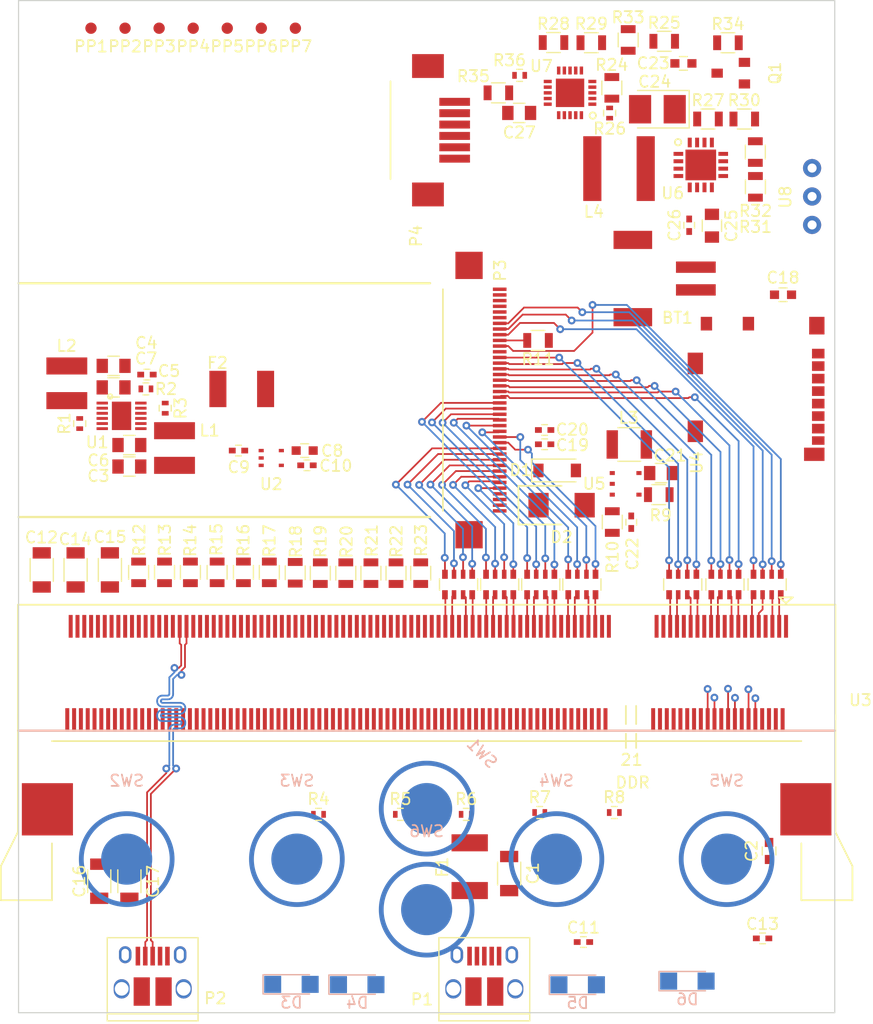
<source format=kicad_pcb>
(kicad_pcb (version 4) (host pcbnew 4.0.4-stable)
  (layers (0 F.Cu signal) (31 B.Cu signal) (34 B.Paste user) (35 F.Paste user) (36 B.SilkS user) (37 F.SilkS user) (38 B.Mask user) (39 F.Mask user) (44 Edge.Cuts user))
  (net 0 "")
  (net 1 GND)
  (net 2 "Net-(BT1-Pad1)")
  (net 3 PWR_IN)
  (net 4 3V3)
  (net 5 1V8)
  (net 6 "Net-(C5-Pad1)")
  (net 7 5V)
  (net 8 CM_VDAC)
  (net 9 "Net-(C10-Pad1)")
  (net 10 24V)
  (net 11 LEDK)
  (net 12 "Net-(C23-Pad1)")
  (net 13 VBAT)
  (net 14 "Net-(D1-Pad2)")
  (net 15 "Net-(D3-Pad2)")
  (net 16 "Net-(D4-Pad1)")
  (net 17 "Net-(D5-Pad1)")
  (net 18 "Net-(D6-Pad2)")
  (net 19 "Net-(F1-Pad2)")
  (net 20 "Net-(L1-Pad1)")
  (net 21 "Net-(L2-Pad1)")
  (net 22 "Net-(L4-Pad2)")
  (net 23 "Net-(P1-Pad2)")
  (net 24 "Net-(P1-Pad3)")
  (net 25 "Net-(P1-Pad4)")
  (net 26 USB_D-)
  (net 27 USB_D+)
  (net 28 "Net-(P2-Pad4)")
  (net 29 "Net-(P3-Pad7)")
  (net 30 "Net-(P3-Pad8)")
  (net 31 "Net-(P3-Pad6)")
  (net 32 "Net-(P3-Pad5)")
  (net 33 "Net-(P3-Pad23)")
  (net 34 "Net-(P3-Pad24)")
  (net 35 "Net-(P3-Pad22)")
  (net 36 "Net-(P3-Pad21)")
  (net 37 "Net-(P3-Pad17)")
  (net 38 "Net-(P3-Pad18)")
  (net 39 "Net-(P3-Pad20)")
  (net 40 "Net-(P3-Pad19)")
  (net 41 "Net-(P3-Pad11)")
  (net 42 "Net-(P3-Pad12)")
  (net 43 "Net-(P3-Pad10)")
  (net 44 "Net-(P3-Pad9)")
  (net 45 "Net-(P3-Pad13)")
  (net 46 "Net-(P3-Pad14)")
  (net 47 "Net-(P3-Pad16)")
  (net 48 "Net-(P3-Pad15)")
  (net 49 "Net-(P3-Pad31)")
  (net 50 "Net-(P3-Pad32)")
  (net 51 "Net-(P3-Pad30)")
  (net 52 "Net-(P3-Pad25)")
  (net 53 "Net-(P3-Pad26)")
  (net 54 "Net-(P3-Pad28)")
  (net 55 "Net-(P3-Pad27)")
  (net 56 "Net-(P3-Pad35)")
  (net 57 "Net-(P3-Pad34)")
  (net 58 "Net-(P3-Pad33)")
  (net 59 "Net-(P3-Pad37)")
  (net 60 "Net-(P3-Pad38)")
  (net 61 "Net-(P3-Pad40)")
  (net 62 "Net-(P3-Pad39)")
  (net 63 "Net-(Q1-Pad1)")
  (net 64 "Net-(Q1-Pad3)")
  (net 65 "Net-(R1-Pad2)")
  (net 66 "Net-(R3-Pad2)")
  (net 67 "Net-(R4-Pad1)")
  (net 68 "Net-(R5-Pad1)")
  (net 69 "Net-(R8-Pad1)")
  (net 70 "Net-(R9-Pad1)")
  (net 71 UP_IN)
  (net 72 UP)
  (net 73 DOWN_IN)
  (net 74 DOWN)
  (net 75 LEFT_IN)
  (net 76 LEFT)
  (net 77 RIGHT_IN)
  (net 78 RIGHT)
  (net 79 A_IN)
  (net 80 A)
  (net 81 B_IN)
  (net 82 B)
  (net 83 "Net-(R24-Pad2)")
  (net 84 "Net-(R27-Pad2)")
  (net 85 "Net-(R28-Pad2)")
  (net 86 "Net-(R29-Pad2)")
  (net 87 "Net-(R31-Pad2)")
  (net 88 "Net-(R33-Pad1)")
  (net 89 "Net-(R35-Pad1)")
  (net 90 "Net-(R36-Pad1)")
  (net 91 R1)
  (net 92 R0)
  (net 93 R2)
  (net 94 R3)
  (net 95 R5)
  (net 96 R4)
  (net 97 R6)
  (net 98 R7)
  (net 99 G1)
  (net 100 G0)
  (net 101 G2)
  (net 102 G3)
  (net 103 G5)
  (net 104 G4)
  (net 105 G6)
  (net 106 G7)
  (net 107 B1)
  (net 108 B0)
  (net 109 B2)
  (net 110 B3)
  (net 111 B5)
  (net 112 B4)
  (net 113 B6)
  (net 114 B7)
  (net 115 DE)
  (net 116 ODCK)
  (net 117 VSYNC)
  (net 118 HSYNC)
  (net 119 "Net-(U1-Pad5)")
  (net 120 "Net-(U1-Pad11)")
  (net 121 "Net-(U3-Pad93)")
  (net 122 "Net-(U3-Pad95)")
  (net 123 "Net-(U3-Pad99)")
  (net 124 "Net-(U3-Pad101)")
  (net 125 "Net-(U3-Pad105)")
  (net 126 "Net-(U3-Pad107)")
  (net 127 "Net-(U3-Pad111)")
  (net 128 "Net-(U3-Pad113)")
  (net 129 "Net-(U3-Pad117)")
  (net 130 "Net-(U3-Pad119)")
  (net 131 "Net-(U3-Pad123)")
  (net 132 "Net-(U3-Pad125)")
  (net 133 "Net-(U3-Pad129)")
  (net 134 "Net-(U3-Pad131)")
  (net 135 "Net-(U3-Pad135)")
  (net 136 "Net-(U3-Pad137)")
  (net 137 "Net-(U3-Pad141)")
  (net 138 "Net-(U3-Pad143)")
  (net 139 "Net-(U3-Pad147)")
  (net 140 "Net-(U3-Pad149)")
  (net 141 "Net-(U3-Pad153)")
  (net 142 "Net-(U3-Pad155)")
  (net 143 "Net-(U3-Pad159)")
  (net 144 "Net-(U3-Pad161)")
  (net 145 "Net-(U3-Pad171)")
  (net 146 "Net-(U3-Pad173)")
  (net 147 "Net-(U3-Pad175)")
  (net 148 "Net-(U3-Pad177)")
  (net 149 "Net-(U3-Pad179)")
  (net 150 SDX_CLK)
  (net 151 SDX_CMD)
  (net 152 SDX_D0)
  (net 153 SDX_D1)
  (net 154 SDX_D2)
  (net 155 SDX_D3)
  (net 156 "Net-(U3-Pad34)")
  (net 157 "Net-(U3-Pad90)")
  (net 158 "Net-(U3-Pad94)")
  (net 159 "Net-(U3-Pad96)")
  (net 160 "Net-(U3-Pad100)")
  (net 161 "Net-(U3-Pad102)")
  (net 162 "Net-(U3-Pad106)")
  (net 163 "Net-(U3-Pad108)")
  (net 164 "Net-(U3-Pad112)")
  (net 165 "Net-(U3-Pad114)")
  (net 166 "Net-(U3-Pad118)")
  (net 167 "Net-(U3-Pad120)")
  (net 168 "Net-(U3-Pad124)")
  (net 169 "Net-(U3-Pad126)")
  (net 170 "Net-(U3-Pad128)")
  (net 171 "Net-(U3-Pad130)")
  (net 172 "Net-(U3-Pad132)")
  (net 173 "Net-(U3-Pad136)")
  (net 174 "Net-(U3-Pad138)")
  (net 175 "Net-(U3-Pad142)")
  (net 176 "Net-(U3-Pad144)")
  (net 177 "Net-(U3-Pad148)")
  (net 178 "Net-(U3-Pad150)")
  (net 179 "Net-(U3-Pad154)")
  (net 180 "Net-(U3-Pad156)")
  (net 181 "Net-(U3-Pad158)")
  (net 182 "Net-(U3-Pad160)")
  (net 183 "Net-(U3-Pad162)")
  (net 184 "Net-(U3-Pad166)")
  (net 185 "Net-(U3-Pad168)")
  (net 186 "Net-(U3-Pad172)")
  (net 187 "Net-(U3-Pad174)")
  (net 188 "Net-(U3-Pad176)")
  (net 189 "Net-(U3-Pad178)")
  (net 190 "Net-(U3-Pad180)")
  (net 191 "Net-(U4-Pad10)")
  (net 192 "Net-(U4-Pad9)")
  (net 193 "Net-(U6-Pad2)")
  (net 194 EN_PWR)
  (net 195 "Net-(U7-Pad6)")
  (net 196 SCL)
  (net 197 SDA)
  (net 198 INT)
  (net 199 RESET)
  (net 200 "Net-(U3-Pad36)")
  (net 201 "Net-(U3-Pad58)")
  (net 202 "Net-(U3-Pad60)")
  (net 203 "Net-(U3-Pad64)")
  (net 204 "Net-(U3-Pad72)")
  (module Pi-Library:spdt_switch_MHSS1105 (layer F.Cu) (at 173.6471 95.23984 90)
    (fp_text reference U8 (at -0.04826 -2.35204 90) (layer F.SilkS))
    (fp_text value SPDT_switch)
    (pad 2 thru_hole circle (at 0 0 90) (size 1.6 1.6) (drill 0.8) (layers *.Cu *.Mask) (net 194 EN_PWR))
    (pad 1 thru_hole circle (at -2.5 0 90) (size 1.6 1.6) (drill 0.8) (layers *.Cu *.Mask) (net 1 GND))
    (pad 3 thru_hole circle (at 2.5 0 90) (size 1.6 1.6) (drill 0.8) (layers *.Cu *.Mask) (net 13 VBAT))
  )
  (module Pi-Library:MCP73871 (layer F.Cu) (at 152.32888 86.1187 180)
    (fp_text reference U7 (at 2.5273 2.35966 180) (layer F.SilkS))
    (fp_text value MCP73871)
    (pad 18 smd rect (at 0 -1.965 180) (size 0.3 0.7) (layers F.Cu F.Paste F.Mask) (net 3 PWR_IN))
    (pad 17 smd rect (at 0.5 -1.965 180) (size 0.3 0.7) (layers F.Cu F.Paste F.Mask) (net 3 PWR_IN))
    (pad 16 smd rect (at 1 -1.965 180) (size 0.3 0.7) (layers F.Cu F.Paste F.Mask) (net 2 "Net-(BT1-Pad1)"))
    (pad 19 smd rect (at -0.5 -1.965 180) (size 0.3 0.7) (layers F.Cu F.Paste F.Mask) (net 3 PWR_IN))
    (pad 20 smd rect (at -1 -1.965 180) (size 0.3 0.7) (layers F.Cu F.Paste F.Mask) (net 13 VBAT))
    (pad 3 smd rect (at -1.965 0 180) (size 0.7 0.3) (layers F.Cu F.Paste F.Mask) (net 3 PWR_IN))
    (pad 4 smd rect (at -1.965 0.5 180) (size 0.7 0.3) (layers F.Cu F.Paste F.Mask) (net 3 PWR_IN))
    (pad 5 smd rect (at -1.965 1 180) (size 0.7 0.3) (layers F.Cu F.Paste F.Mask) (net 88 "Net-(R33-Pad1)"))
    (pad 2 smd rect (at -1.965 -0.5 180) (size 0.7 0.3) (layers F.Cu F.Paste F.Mask) (net 83 "Net-(R24-Pad2)"))
    (pad 1 smd rect (at -1.965 -1 180) (size 0.7 0.3) (layers F.Cu F.Paste F.Mask) (net 13 VBAT))
    (pad 15 smd rect (at 1.965 -1 180) (size 0.7 0.3) (layers F.Cu F.Paste F.Mask) (net 2 "Net-(BT1-Pad1)"))
    (pad 14 smd rect (at 1.965 -0.5 180) (size 0.7 0.3) (layers F.Cu F.Paste F.Mask) (net 2 "Net-(BT1-Pad1)"))
    (pad 13 smd rect (at 1.965 0 180) (size 0.7 0.3) (layers F.Cu F.Paste F.Mask) (net 89 "Net-(R35-Pad1)"))
    (pad 12 smd rect (at 1.965 0.5 180) (size 0.7 0.3) (layers F.Cu F.Paste F.Mask) (net 90 "Net-(R36-Pad1)"))
    (pad 11 smd rect (at 1.965 1 180) (size 0.7 0.3) (layers F.Cu F.Paste F.Mask) (net 1 GND))
    (pad 6 smd rect (at -1 1.965 180) (size 0.3 0.7) (layers F.Cu F.Paste F.Mask) (net 195 "Net-(U7-Pad6)"))
    (pad 7 smd rect (at -0.5 1.965 180) (size 0.3 0.7) (layers F.Cu F.Paste F.Mask) (net 86 "Net-(R29-Pad2)"))
    (pad 8 smd rect (at 0 1.965 180) (size 0.3 0.7) (layers F.Cu F.Paste F.Mask) (net 85 "Net-(R28-Pad2)"))
    (pad 9 smd rect (at 0.5 1.965 180) (size 0.3 0.7) (layers F.Cu F.Paste F.Mask) (net 3 PWR_IN))
    (pad 10 smd rect (at 1 1.965 180) (size 0.3 0.7) (layers F.Cu F.Paste F.Mask) (net 1 GND))
    (pad 21 smd rect (at 0 0 180) (size 2.5 2.5) (layers F.Cu F.Paste F.Mask) (net 1 GND))
  )
  (module Pi-Library:TPS61090RSAR (layer F.Cu) (at 163.84524 92.46362)
    (fp_text reference U6 (at -2.47142 2.48666) (layer F.SilkS))
    (fp_text value TPS61090RSAR)
    (pad 15 smd rect (at -0.325 -1.975) (size 0.35 0.85) (layers F.Cu F.Paste F.Mask) (net 12 "Net-(C23-Pad1)"))
    (pad 14 smd rect (at 0.325 -1.975) (size 0.35 0.85) (layers F.Cu F.Paste F.Mask) (net 84 "Net-(R27-Pad2)"))
    (pad 13 smd rect (at 0.975 -1.975) (size 0.35 0.85) (layers F.Cu F.Paste F.Mask) (net 1 GND))
    (pad 16 smd rect (at -0.975 -1.975) (size 0.35 0.85) (layers F.Cu F.Paste F.Mask) (net 12 "Net-(C23-Pad1)"))
    (pad 5 smd rect (at -0.975 1.975) (size 0.35 0.85) (layers F.Cu F.Paste F.Mask) (net 1 GND))
    (pad 6 smd rect (at -0.325 1.975) (size 0.35 0.85) (layers F.Cu F.Paste F.Mask) (net 1 GND))
    (pad 7 smd rect (at 0.325 1.975) (size 0.35 0.85) (layers F.Cu F.Paste F.Mask) (net 1 GND))
    (pad 8 smd rect (at 0.975 1.975) (size 0.35 0.85) (layers F.Cu F.Paste F.Mask) (net 13 VBAT))
    (pad 1 smd rect (at -1.975 -0.975) (size 0.85 0.35) (layers F.Cu F.Paste F.Mask) (net 12 "Net-(C23-Pad1)"))
    (pad 2 smd rect (at -1.975 -0.325) (size 0.85 0.35) (layers F.Cu F.Paste F.Mask) (net 193 "Net-(U6-Pad2)"))
    (pad 3 smd rect (at -1.975 0.325) (size 0.85 0.35) (layers F.Cu F.Paste F.Mask) (net 22 "Net-(L4-Pad2)"))
    (pad 4 smd rect (at -1.975 0.975) (size 0.85 0.35) (layers F.Cu F.Paste F.Mask) (net 22 "Net-(L4-Pad2)"))
    (pad 12 smd rect (at 1.975 -0.975) (size 0.85 0.35) (layers F.Cu F.Paste F.Mask) (net 63 "Net-(Q1-Pad1)"))
    (pad 11 smd rect (at 1.975 -0.325) (size 0.85 0.35) (layers F.Cu F.Paste F.Mask) (net 194 EN_PWR))
    (pad 10 smd rect (at 1.975 0.325) (size 0.85 0.35) (layers F.Cu F.Paste F.Mask) (net 1 GND))
    (pad 9 smd rect (at 1.975 0.975) (size 0.85 0.35) (layers F.Cu F.Paste F.Mask) (net 87 "Net-(R31-Pad2)"))
    (pad 17 smd rect (at 0 0) (size 2.7 2.7) (layers F.Cu F.Paste F.Mask) (net 1 GND))
  )
  (module Pi-Library:FAN5333BSX (layer F.Cu) (at 157.22346 120.523)
    (fp_text reference U5 (at -2.7686 -0.00762) (layer F.SilkS))
    (fp_text value FAN5333BSX)
    (pad 3 smd rect (at -1.175 0.95) (size 0.45 0.35) (layers F.Cu F.Paste F.Mask) (net 11 LEDK))
    (pad 1 smd rect (at -1.175 -0.95) (size 0.45 0.35) (layers F.Cu F.Paste F.Mask) (net 14 "Net-(D1-Pad2)"))
    (pad 5 smd rect (at 1.175 -0.95) (size 0.45 0.35) (layers F.Cu F.Paste F.Mask) (net 7 5V))
    (pad 2 smd rect (at -1.175 0) (size 0.45 0.35) (layers F.Cu F.Paste F.Mask) (net 1 GND))
    (pad 4 smd rect (at 1.175 0.95) (size 0.45 0.35) (layers F.Cu F.Paste F.Mask) (net 70 "Net-(R9-Pad1)"))
  )
  (module Pi-Library:uSD_1040310811 (layer F.Cu) (at 174.18878 112.16854 90)
    (fp_text reference U4 (at -6.48248 -10.7093 90) (layer F.SilkS))
    (fp_text value 1040310811)
    (pad 1 smd rect (at 3.105 0 90) (size 0.85 1.1) (layers F.Cu F.Paste F.Mask) (net 154 SDX_D2))
    (pad 2 smd rect (at 2.005 0 90) (size 0.85 1.1) (layers F.Cu F.Paste F.Mask) (net 155 SDX_D3))
    (pad 3 smd rect (at 0.905 0 90) (size 0.85 1.1) (layers F.Cu F.Paste F.Mask) (net 151 SDX_CMD))
    (pad 4 smd rect (at -0.195 0 90) (size 0.85 1.1) (layers F.Cu F.Paste F.Mask) (net 4 3V3))
    (pad 5 smd rect (at -1.295 0 90) (size 0.85 1.1) (layers F.Cu F.Paste F.Mask) (net 150 SDX_CLK))
    (pad 6 smd rect (at -2.395 0 90) (size 0.85 1.1) (layers F.Cu F.Paste F.Mask) (net 1 GND))
    (pad 7 smd rect (at -3.495 0 90) (size 0.85 1.1) (layers F.Cu F.Paste F.Mask) (net 152 SDX_D0))
    (pad 8 smd rect (at -4.595 0 90) (size 0.75 1.1) (drill (offset 0.05 0)) (layers F.Cu F.Paste F.Mask) (net 153 SDX_D1))
    (pad 11 smd rect (at -5.755 0 90) (size 1.17 1.8) (drill (offset 0 -0.35)) (layers F.Cu F.Paste F.Mask) (net 1 GND))
    (pad 14 smd rect (at 5.565 0 90) (size 1.55 1.35) (drill (offset 0 -0.125)) (layers F.Cu F.Paste F.Mask) (net 1 GND))
    (pad 12 smd rect (at -3.73 -10.825 90) (size 1.9 1.35) (layers F.Cu F.Paste F.Mask) (net 1 GND))
    (pad 13 smd rect (at 2.24 -10.825 90) (size 1.9 1.35) (layers F.Cu F.Paste F.Mask) (net 1 GND))
    (pad 10 smd rect (at 5.74 -6.15 90) (size 1.2 1) (layers F.Cu F.Paste F.Mask) (net 191 "Net-(U4-Pad10)"))
    (pad 9 smd rect (at 5.74 -9.85 90) (size 1.2 1) (layers F.Cu F.Paste F.Mask) (net 192 "Net-(U4-Pad9)"))
  )
  (module Pi-Library:Socket_SODIMM_DDR2 (layer F.Cu) (at 139.7 137.16 180)
    (fp_text reference U3 (at -38.2 -2.4 180) (layer F.SilkS))
    (fp_text value DDR2_SODIMM_CM_3_Lite)
    (fp_text user DDR (at -18.15 -9.65 180) (layer F.SilkS))
    (fp_text user 1 (at -18.55 -7.65 180) (layer F.SilkS))
    (fp_text user 2 (at -17.55 -7.65 180) (layer F.SilkS))
    (pad "" np_thru_hole circle (at -33.4 0 180) (size 1.6 1.6) (drill 1.6) (layers *.Cu *.Mask))
    (pad "" np_thru_hole circle (at 33.4 0 180) (size 1.1 1.1) (drill 1.1) (layers *.Cu *.Mask))
    (pad "" smd rect (at 33.4 -12 180) (size 4.5 4.6) (layers F.Cu F.Paste F.Mask))
    (pad "" smd rect (at -33.4 -12 180) (size 4.5 4.6) (layers F.Cu F.Paste F.Mask))
    (pad 1 smd rect (at -31.65 4.1 180) (size 0.35 2) (layers F.Cu F.Paste F.Mask) (net 1 GND))
    (pad 3 smd rect (at -31.05 4.1 180) (size 0.35 2) (layers F.Cu F.Paste F.Mask) (net 116 ODCK))
    (pad 5 smd rect (at -30.45 4.1 180) (size 0.35 2) (layers F.Cu F.Paste F.Mask) (net 115 DE))
    (pad 7 smd rect (at -29.85 4.1 180) (size 0.35 2) (layers F.Cu F.Paste F.Mask) (net 1 GND))
    (pad 9 smd rect (at -29.25 4.1 180) (size 0.35 2) (layers F.Cu F.Paste F.Mask) (net 117 VSYNC))
    (pad 11 smd rect (at -28.65 4.1 180) (size 0.35 2) (layers F.Cu F.Paste F.Mask) (net 118 HSYNC))
    (pad 13 smd rect (at -28.05 4.1 180) (size 0.35 2) (layers F.Cu F.Paste F.Mask) (net 1 GND))
    (pad 15 smd rect (at -27.45 4.1 180) (size 0.35 2) (layers F.Cu F.Paste F.Mask) (net 108 B0))
    (pad 17 smd rect (at -26.85 4.1 180) (size 0.35 2) (layers F.Cu F.Paste F.Mask) (net 107 B1))
    (pad 19 smd rect (at -26.25 4.1 180) (size 0.35 2) (layers F.Cu F.Paste F.Mask) (net 1 GND))
    (pad 21 smd rect (at -25.65 4.1 180) (size 0.35 2) (layers F.Cu F.Paste F.Mask) (net 109 B2))
    (pad 23 smd rect (at -25.05 4.1 180) (size 0.35 2) (layers F.Cu F.Paste F.Mask) (net 110 B3))
    (pad 25 smd rect (at -24.45 4.1 180) (size 0.35 2) (layers F.Cu F.Paste F.Mask) (net 1 GND))
    (pad 27 smd rect (at -23.85 4.1 180) (size 0.35 2) (layers F.Cu F.Paste F.Mask) (net 112 B4))
    (pad 29 smd rect (at -23.25 4.1 180) (size 0.35 2) (layers F.Cu F.Paste F.Mask) (net 111 B5))
    (pad 31 smd rect (at -22.65 4.1 180) (size 0.35 2) (layers F.Cu F.Paste F.Mask) (net 1 GND))
    (pad 33 smd rect (at -22.05 4.1 180) (size 0.35 2) (layers F.Cu F.Paste F.Mask) (net 113 B6))
    (pad 35 smd rect (at -21.45 4.1 180) (size 0.35 2) (layers F.Cu F.Paste F.Mask) (net 114 B7))
    (pad 37 smd rect (at -20.85 4.1 180) (size 0.35 2) (layers F.Cu F.Paste F.Mask) (net 1 GND))
    (pad 39 smd rect (at -20.25 4.1 180) (size 0.35 2) (layers F.Cu F.Paste F.Mask) (net 4 3V3))
    (pad 41 smd rect (at -16.05 4.1 180) (size 0.35 2) (layers F.Cu F.Paste F.Mask) (net 4 3V3))
    (pad 43 smd rect (at -15.45 4.1 180) (size 0.35 2) (layers F.Cu F.Paste F.Mask) (net 1 GND))
    (pad 45 smd rect (at -14.85 4.1 180) (size 0.35 2) (layers F.Cu F.Paste F.Mask) (net 100 G0))
    (pad 47 smd rect (at -14.25 4.1 180) (size 0.35 2) (layers F.Cu F.Paste F.Mask) (net 99 G1))
    (pad 49 smd rect (at -13.65 4.1 180) (size 0.35 2) (layers F.Cu F.Paste F.Mask) (net 1 GND))
    (pad 51 smd rect (at -13.05 4.1 180) (size 0.35 2) (layers F.Cu F.Paste F.Mask) (net 101 G2))
    (pad 53 smd rect (at -12.45 4.1 180) (size 0.35 2) (layers F.Cu F.Paste F.Mask) (net 102 G3))
    (pad 55 smd rect (at -11.85 4.1 180) (size 0.35 2) (layers F.Cu F.Paste F.Mask) (net 1 GND))
    (pad 57 smd rect (at -11.25 4.1 180) (size 0.35 2) (layers F.Cu F.Paste F.Mask) (net 104 G4))
    (pad 59 smd rect (at -10.65 4.1 180) (size 0.35 2) (layers F.Cu F.Paste F.Mask) (net 103 G5))
    (pad 61 smd rect (at -10.05 4.1 180) (size 0.35 2) (layers F.Cu F.Paste F.Mask) (net 1 GND))
    (pad 63 smd rect (at -9.45 4.1 180) (size 0.35 2) (layers F.Cu F.Paste F.Mask) (net 105 G6))
    (pad 65 smd rect (at -8.85 4.1 180) (size 0.35 2) (layers F.Cu F.Paste F.Mask) (net 106 G7))
    (pad 67 smd rect (at -8.25 4.1 180) (size 0.35 2) (layers F.Cu F.Paste F.Mask) (net 1 GND))
    (pad 69 smd rect (at -7.65 4.1 180) (size 0.35 2) (layers F.Cu F.Paste F.Mask) (net 92 R0))
    (pad 71 smd rect (at -7.05 4.1 180) (size 0.35 2) (layers F.Cu F.Paste F.Mask) (net 91 R1))
    (pad 73 smd rect (at -6.45 4.1 180) (size 0.35 2) (layers F.Cu F.Paste F.Mask) (net 1 GND))
    (pad 75 smd rect (at -5.85 4.1 180) (size 0.35 2) (layers F.Cu F.Paste F.Mask) (net 93 R2))
    (pad 77 smd rect (at -5.25 4.1 180) (size 0.35 2) (layers F.Cu F.Paste F.Mask) (net 94 R3))
    (pad 79 smd rect (at -4.65 4.1 180) (size 0.35 2) (layers F.Cu F.Paste F.Mask) (net 1 GND))
    (pad 81 smd rect (at -4.05 4.1 180) (size 0.35 2) (layers F.Cu F.Paste F.Mask) (net 96 R4))
    (pad 83 smd rect (at -3.45 4.1 180) (size 0.35 2) (layers F.Cu F.Paste F.Mask) (net 95 R5))
    (pad 85 smd rect (at -2.85 4.1 180) (size 0.35 2) (layers F.Cu F.Paste F.Mask) (net 1 GND))
    (pad 87 smd rect (at -2.25 4.1 180) (size 0.35 2) (layers F.Cu F.Paste F.Mask) (net 97 R6))
    (pad 89 smd rect (at -1.65 4.1 180) (size 0.35 2) (layers F.Cu F.Paste F.Mask) (net 98 R7))
    (pad 91 smd rect (at -1.05 4.1 180) (size 0.35 2) (layers F.Cu F.Paste F.Mask) (net 1 GND))
    (pad 93 smd rect (at -0.45 4.1 180) (size 0.35 2) (layers F.Cu F.Paste F.Mask) (net 121 "Net-(U3-Pad93)"))
    (pad 95 smd rect (at 0.15 4.1 180) (size 0.35 2) (layers F.Cu F.Paste F.Mask) (net 122 "Net-(U3-Pad95)"))
    (pad 97 smd rect (at 0.75 4.1 180) (size 0.35 2) (layers F.Cu F.Paste F.Mask) (net 1 GND))
    (pad 99 smd rect (at 1.35 4.1 180) (size 0.35 2) (layers F.Cu F.Paste F.Mask) (net 123 "Net-(U3-Pad99)"))
    (pad 101 smd rect (at 1.95 4.1 180) (size 0.35 2) (layers F.Cu F.Paste F.Mask) (net 124 "Net-(U3-Pad101)"))
    (pad 103 smd rect (at 2.55 4.1 180) (size 0.35 2) (layers F.Cu F.Paste F.Mask) (net 1 GND))
    (pad 105 smd rect (at 3.15 4.1 180) (size 0.35 2) (layers F.Cu F.Paste F.Mask) (net 125 "Net-(U3-Pad105)"))
    (pad 107 smd rect (at 3.75 4.1 180) (size 0.35 2) (layers F.Cu F.Paste F.Mask) (net 126 "Net-(U3-Pad107)"))
    (pad 109 smd rect (at 4.35 4.1 180) (size 0.35 2) (layers F.Cu F.Paste F.Mask) (net 1 GND))
    (pad 111 smd rect (at 4.95 4.1 180) (size 0.35 2) (layers F.Cu F.Paste F.Mask) (net 127 "Net-(U3-Pad111)"))
    (pad 113 smd rect (at 5.55 4.1 180) (size 0.35 2) (layers F.Cu F.Paste F.Mask) (net 128 "Net-(U3-Pad113)"))
    (pad 115 smd rect (at 6.15 4.1 180) (size 0.35 2) (layers F.Cu F.Paste F.Mask) (net 1 GND))
    (pad 117 smd rect (at 6.75 4.1 180) (size 0.35 2) (layers F.Cu F.Paste F.Mask) (net 129 "Net-(U3-Pad117)"))
    (pad 119 smd rect (at 7.35 4.1 180) (size 0.35 2) (layers F.Cu F.Paste F.Mask) (net 130 "Net-(U3-Pad119)"))
    (pad 121 smd rect (at 7.95 4.1 180) (size 0.35 2) (layers F.Cu F.Paste F.Mask) (net 1 GND))
    (pad 123 smd rect (at 8.55 4.1 180) (size 0.35 2) (layers F.Cu F.Paste F.Mask) (net 131 "Net-(U3-Pad123)"))
    (pad 125 smd rect (at 9.15 4.1 180) (size 0.35 2) (layers F.Cu F.Paste F.Mask) (net 132 "Net-(U3-Pad125)"))
    (pad 127 smd rect (at 9.75 4.1 180) (size 0.35 2) (layers F.Cu F.Paste F.Mask) (net 1 GND))
    (pad 129 smd rect (at 10.35 4.1 180) (size 0.35 2) (layers F.Cu F.Paste F.Mask) (net 133 "Net-(U3-Pad129)"))
    (pad 131 smd rect (at 10.95 4.1 180) (size 0.35 2) (layers F.Cu F.Paste F.Mask) (net 134 "Net-(U3-Pad131)"))
    (pad 133 smd rect (at 11.55 4.1 180) (size 0.35 2) (layers F.Cu F.Paste F.Mask) (net 1 GND))
    (pad 135 smd rect (at 12.15 4.1 180) (size 0.35 2) (layers F.Cu F.Paste F.Mask) (net 135 "Net-(U3-Pad135)"))
    (pad 137 smd rect (at 12.75 4.1 180) (size 0.35 2) (layers F.Cu F.Paste F.Mask) (net 136 "Net-(U3-Pad137)"))
    (pad 139 smd rect (at 13.35 4.1 180) (size 0.35 2) (layers F.Cu F.Paste F.Mask) (net 1 GND))
    (pad 141 smd rect (at 13.95 4.1 180) (size 0.35 2) (layers F.Cu F.Paste F.Mask) (net 137 "Net-(U3-Pad141)"))
    (pad 143 smd rect (at 14.55 4.1 180) (size 0.35 2) (layers F.Cu F.Paste F.Mask) (net 138 "Net-(U3-Pad143)"))
    (pad 145 smd rect (at 15.15 4.1 180) (size 0.35 2) (layers F.Cu F.Paste F.Mask) (net 1 GND))
    (pad 147 smd rect (at 15.75 4.1 180) (size 0.35 2) (layers F.Cu F.Paste F.Mask) (net 139 "Net-(U3-Pad147)"))
    (pad 149 smd rect (at 16.35 4.1 180) (size 0.35 2) (layers F.Cu F.Paste F.Mask) (net 140 "Net-(U3-Pad149)"))
    (pad 151 smd rect (at 16.95 4.1 180) (size 0.35 2) (layers F.Cu F.Paste F.Mask) (net 1 GND))
    (pad 153 smd rect (at 17.55 4.1 180) (size 0.35 2) (layers F.Cu F.Paste F.Mask) (net 141 "Net-(U3-Pad153)"))
    (pad 155 smd rect (at 18.15 4.1 180) (size 0.35 2) (layers F.Cu F.Paste F.Mask) (net 142 "Net-(U3-Pad155)"))
    (pad 157 smd rect (at 18.75 4.1 180) (size 0.35 2) (layers F.Cu F.Paste F.Mask) (net 1 GND))
    (pad 159 smd rect (at 19.35 4.1 180) (size 0.35 2) (layers F.Cu F.Paste F.Mask) (net 143 "Net-(U3-Pad159)"))
    (pad 161 smd rect (at 19.95 4.1 180) (size 0.35 2) (layers F.Cu F.Paste F.Mask) (net 144 "Net-(U3-Pad161)"))
    (pad 163 smd rect (at 20.55 4.1 180) (size 0.35 2) (layers F.Cu F.Paste F.Mask) (net 1 GND))
    (pad 165 smd rect (at 21.15 4.1 180) (size 0.35 2) (layers F.Cu F.Paste F.Mask) (net 27 USB_D+))
    (pad 167 smd rect (at 21.75 4.1 180) (size 0.35 2) (layers F.Cu F.Paste F.Mask) (net 26 USB_D-))
    (pad 169 smd rect (at 22.35 4.1 180) (size 0.35 2) (layers F.Cu F.Paste F.Mask) (net 1 GND))
    (pad 171 smd rect (at 22.95 4.1 180) (size 0.35 2) (layers F.Cu F.Paste F.Mask) (net 145 "Net-(U3-Pad171)"))
    (pad 173 smd rect (at 23.55 4.1 180) (size 0.35 2) (layers F.Cu F.Paste F.Mask) (net 146 "Net-(U3-Pad173)"))
    (pad 175 smd rect (at 24.15 4.1 180) (size 0.35 2) (layers F.Cu F.Paste F.Mask) (net 147 "Net-(U3-Pad175)"))
    (pad 177 smd rect (at 24.75 4.1 180) (size 0.35 2) (layers F.Cu F.Paste F.Mask) (net 148 "Net-(U3-Pad177)"))
    (pad 179 smd rect (at 25.35 4.1 180) (size 0.35 2) (layers F.Cu F.Paste F.Mask) (net 149 "Net-(U3-Pad179)"))
    (pad 181 smd rect (at 25.95 4.1 180) (size 0.35 2) (layers F.Cu F.Paste F.Mask) (net 1 GND))
    (pad 183 smd rect (at 26.55 4.1 180) (size 0.35 2) (layers F.Cu F.Paste F.Mask) (net 5 1V8))
    (pad 185 smd rect (at 27.15 4.1 180) (size 0.35 2) (layers F.Cu F.Paste F.Mask) (net 5 1V8))
    (pad 187 smd rect (at 27.75 4.1 180) (size 0.35 2) (layers F.Cu F.Paste F.Mask) (net 1 GND))
    (pad 189 smd rect (at 28.35 4.1 180) (size 0.35 2) (layers F.Cu F.Paste F.Mask) (net 8 CM_VDAC))
    (pad 191 smd rect (at 28.95 4.1 180) (size 0.35 2) (layers F.Cu F.Paste F.Mask) (net 4 3V3))
    (pad 193 smd rect (at 29.55 4.1 180) (size 0.35 2) (layers F.Cu F.Paste F.Mask) (net 4 3V3))
    (pad 195 smd rect (at 30.15 4.1 180) (size 0.35 2) (layers F.Cu F.Paste F.Mask) (net 1 GND))
    (pad 197 smd rect (at 30.75 4.1 180) (size 0.35 2) (layers F.Cu F.Paste F.Mask) (net 7 5V))
    (pad 199 smd rect (at 31.35 4.1 180) (size 0.35 2) (layers F.Cu F.Paste F.Mask) (net 7 5V))
    (pad 2 smd rect (at -31.35 -4.1 180) (size 0.35 2) (layers F.Cu F.Paste F.Mask) (net 4 3V3))
    (pad 4 smd rect (at -30.75 -4.1 180) (size 0.35 2) (layers F.Cu F.Paste F.Mask) (net 4 3V3))
    (pad 6 smd rect (at -30.15 -4.1 180) (size 0.35 2) (layers F.Cu F.Paste F.Mask) (net 4 3V3))
    (pad 8 smd rect (at -29.55 -4.1 180) (size 0.35 2) (layers F.Cu F.Paste F.Mask) (net 1 GND))
    (pad 10 smd rect (at -28.95 -4.1 180) (size 0.35 2) (layers F.Cu F.Paste F.Mask) (net 150 SDX_CLK))
    (pad 12 smd rect (at -28.35 -4.1 180) (size 0.35 2) (layers F.Cu F.Paste F.Mask) (net 151 SDX_CMD))
    (pad 14 smd rect (at -27.75 -4.1 180) (size 0.35 2) (layers F.Cu F.Paste F.Mask) (net 1 GND))
    (pad 16 smd rect (at -27.15 -4.1 180) (size 0.35 2) (layers F.Cu F.Paste F.Mask) (net 152 SDX_D0))
    (pad 18 smd rect (at -26.55 -4.1 180) (size 0.35 2) (layers F.Cu F.Paste F.Mask) (net 153 SDX_D1))
    (pad 20 smd rect (at -25.95 -4.1 180) (size 0.35 2) (layers F.Cu F.Paste F.Mask) (net 1 GND))
    (pad 22 smd rect (at -25.35 -4.1 180) (size 0.35 2) (layers F.Cu F.Paste F.Mask) (net 154 SDX_D2))
    (pad 24 smd rect (at -24.75 -4.1 180) (size 0.35 2) (layers F.Cu F.Paste F.Mask) (net 155 SDX_D3))
    (pad 26 smd rect (at -24.15 -4.1 180) (size 0.35 2) (layers F.Cu F.Paste F.Mask) (net 1 GND))
    (pad 28 smd rect (at -23.55 -4.1 180) (size 0.35 2) (layers F.Cu F.Paste F.Mask) (net 68 "Net-(R5-Pad1)"))
    (pad 30 smd rect (at -22.95 -4.1 180) (size 0.35 2) (layers F.Cu F.Paste F.Mask) (net 67 "Net-(R4-Pad1)"))
    (pad 32 smd rect (at -22.35 -4.1 180) (size 0.35 2) (layers F.Cu F.Paste F.Mask) (net 1 GND))
    (pad 34 smd rect (at -21.75 -4.1 180) (size 0.35 2) (layers F.Cu F.Paste F.Mask) (net 156 "Net-(U3-Pad34)"))
    (pad 36 smd rect (at -21.15 -4.1 180) (size 0.35 2) (layers F.Cu F.Paste F.Mask) (net 200 "Net-(U3-Pad36)"))
    (pad 38 smd rect (at -20.55 -4.1 180) (size 0.35 2) (layers F.Cu F.Paste F.Mask) (net 1 GND))
    (pad 40 smd rect (at -19.95 -4.1 180) (size 0.35 2) (layers F.Cu F.Paste F.Mask) (net 4 3V3))
    (pad 42 smd rect (at -15.75 -4.1 180) (size 0.35 2) (layers F.Cu F.Paste F.Mask) (net 4 3V3))
    (pad 44 smd rect (at -15.15 -4.1 180) (size 0.35 2) (layers F.Cu F.Paste F.Mask) (net 1 GND))
    (pad 46 smd rect (at -14.55 -4.1 180) (size 0.35 2) (layers F.Cu F.Paste F.Mask) (net 74 DOWN))
    (pad 48 smd rect (at -13.95 -4.1 180) (size 0.35 2) (layers F.Cu F.Paste F.Mask) (net 78 RIGHT))
    (pad 50 smd rect (at -13.35 -4.1 180) (size 0.35 2) (layers F.Cu F.Paste F.Mask) (net 1 GND))
    (pad 52 smd rect (at -12.75 -4.1 180) (size 0.35 2) (layers F.Cu F.Paste F.Mask) (net 76 LEFT))
    (pad 54 smd rect (at -12.15 -4.1 180) (size 0.35 2) (layers F.Cu F.Paste F.Mask) (net 72 UP))
    (pad 56 smd rect (at -11.55 -4.1 180) (size 0.35 2) (layers F.Cu F.Paste F.Mask) (net 1 GND))
    (pad 58 smd rect (at -10.95 -4.1 180) (size 0.35 2) (layers F.Cu F.Paste F.Mask) (net 201 "Net-(U3-Pad58)"))
    (pad 60 smd rect (at -10.35 -4.1 180) (size 0.35 2) (layers F.Cu F.Paste F.Mask) (net 202 "Net-(U3-Pad60)"))
    (pad 62 smd rect (at -9.75 -4.1 180) (size 0.35 2) (layers F.Cu F.Paste F.Mask) (net 1 GND))
    (pad 64 smd rect (at -9.15 -4.1 180) (size 0.35 2) (layers F.Cu F.Paste F.Mask) (net 203 "Net-(U3-Pad64)"))
    (pad 66 smd rect (at -8.55 -4.1 180) (size 0.35 2) (layers F.Cu F.Paste F.Mask) (net 80 A))
    (pad 68 smd rect (at -7.95 -4.1 180) (size 0.35 2) (layers F.Cu F.Paste F.Mask) (net 1 GND))
    (pad 70 smd rect (at -7.35 -4.1 180) (size 0.35 2) (layers F.Cu F.Paste F.Mask) (net 82 B))
    (pad 72 smd rect (at -6.75 -4.1 180) (size 0.35 2) (layers F.Cu F.Paste F.Mask) (net 204 "Net-(U3-Pad72)"))
    (pad 74 smd rect (at -6.15 -4.1 180) (size 0.35 2) (layers F.Cu F.Paste F.Mask) (net 1 GND))
    (pad 76 smd rect (at -5.55 -4.1 180) (size 0.35 2) (layers F.Cu F.Paste F.Mask) (net 198 INT))
    (pad 78 smd rect (at -4.95 -4.1 180) (size 0.35 2) (layers F.Cu F.Paste F.Mask) (net 199 RESET))
    (pad 80 smd rect (at -4.35 -4.1 180) (size 0.35 2) (layers F.Cu F.Paste F.Mask) (net 1 GND))
    (pad 82 smd rect (at -3.75 -4.1 180) (size 0.35 2) (layers F.Cu F.Paste F.Mask) (net 197 SDA))
    (pad 84 smd rect (at -3.15 -4.1 180) (size 0.35 2) (layers F.Cu F.Paste F.Mask) (net 196 SCL))
    (pad 86 smd rect (at -2.55 -4.1 180) (size 0.35 2) (layers F.Cu F.Paste F.Mask) (net 1 GND))
    (pad 88 smd rect (at -1.95 -4.1 180) (size 0.35 2) (layers F.Cu F.Paste F.Mask) (net 69 "Net-(R8-Pad1)"))
    (pad 90 smd rect (at -1.35 -4.1 180) (size 0.35 2) (layers F.Cu F.Paste F.Mask) (net 157 "Net-(U3-Pad90)"))
    (pad 92 smd rect (at -0.75 -4.1 180) (size 0.35 2) (layers F.Cu F.Paste F.Mask) (net 1 GND))
    (pad 94 smd rect (at -0.15 -4.1 180) (size 0.35 2) (layers F.Cu F.Paste F.Mask) (net 158 "Net-(U3-Pad94)"))
    (pad 96 smd rect (at 0.45 -4.1 180) (size 0.35 2) (layers F.Cu F.Paste F.Mask) (net 159 "Net-(U3-Pad96)"))
    (pad 98 smd rect (at 1.05 -4.1 180) (size 0.35 2) (layers F.Cu F.Paste F.Mask) (net 1 GND))
    (pad 100 smd rect (at 1.65 -4.1 180) (size 0.35 2) (layers F.Cu F.Paste F.Mask) (net 160 "Net-(U3-Pad100)"))
    (pad 102 smd rect (at 2.25 -4.1 180) (size 0.35 2) (layers F.Cu F.Paste F.Mask) (net 161 "Net-(U3-Pad102)"))
    (pad 104 smd rect (at 2.85 -4.1 180) (size 0.35 2) (layers F.Cu F.Paste F.Mask) (net 1 GND))
    (pad 106 smd rect (at 3.45 -4.1 180) (size 0.35 2) (layers F.Cu F.Paste F.Mask) (net 162 "Net-(U3-Pad106)"))
    (pad 108 smd rect (at 4.05 -4.1 180) (size 0.35 2) (layers F.Cu F.Paste F.Mask) (net 163 "Net-(U3-Pad108)"))
    (pad 110 smd rect (at 4.65 -4.1 180) (size 0.35 2) (layers F.Cu F.Paste F.Mask) (net 1 GND))
    (pad 112 smd rect (at 5.25 -4.1 180) (size 0.35 2) (layers F.Cu F.Paste F.Mask) (net 164 "Net-(U3-Pad112)"))
    (pad 114 smd rect (at 5.85 -4.1 180) (size 0.35 2) (layers F.Cu F.Paste F.Mask) (net 165 "Net-(U3-Pad114)"))
    (pad 116 smd rect (at 6.45 -4.1 180) (size 0.35 2) (layers F.Cu F.Paste F.Mask) (net 1 GND))
    (pad 118 smd rect (at 7.05 -4.1 180) (size 0.35 2) (layers F.Cu F.Paste F.Mask) (net 166 "Net-(U3-Pad118)"))
    (pad 120 smd rect (at 7.65 -4.1 180) (size 0.35 2) (layers F.Cu F.Paste F.Mask) (net 167 "Net-(U3-Pad120)"))
    (pad 122 smd rect (at 8.25 -4.1 180) (size 0.35 2) (layers F.Cu F.Paste F.Mask) (net 1 GND))
    (pad 124 smd rect (at 8.85 -4.1 180) (size 0.35 2) (layers F.Cu F.Paste F.Mask) (net 168 "Net-(U3-Pad124)"))
    (pad 126 smd rect (at 9.45 -4.1 180) (size 0.35 2) (layers F.Cu F.Paste F.Mask) (net 169 "Net-(U3-Pad126)"))
    (pad 128 smd rect (at 10.05 -4.1 180) (size 0.35 2) (layers F.Cu F.Paste F.Mask) (net 170 "Net-(U3-Pad128)"))
    (pad 130 smd rect (at 10.65 -4.1 180) (size 0.35 2) (layers F.Cu F.Paste F.Mask) (net 171 "Net-(U3-Pad130)"))
    (pad 132 smd rect (at 11.25 -4.1 180) (size 0.35 2) (layers F.Cu F.Paste F.Mask) (net 172 "Net-(U3-Pad132)"))
    (pad 134 smd rect (at 11.85 -4.1 180) (size 0.35 2) (layers F.Cu F.Paste F.Mask) (net 1 GND))
    (pad 136 smd rect (at 12.45 -4.1 180) (size 0.35 2) (layers F.Cu F.Paste F.Mask) (net 173 "Net-(U3-Pad136)"))
    (pad 138 smd rect (at 13.05 -4.1 180) (size 0.35 2) (layers F.Cu F.Paste F.Mask) (net 174 "Net-(U3-Pad138)"))
    (pad 140 smd rect (at 13.65 -4.1 180) (size 0.35 2) (layers F.Cu F.Paste F.Mask) (net 1 GND))
    (pad 142 smd rect (at 14.25 -4.1 180) (size 0.35 2) (layers F.Cu F.Paste F.Mask) (net 175 "Net-(U3-Pad142)"))
    (pad 144 smd rect (at 14.85 -4.1 180) (size 0.35 2) (layers F.Cu F.Paste F.Mask) (net 176 "Net-(U3-Pad144)"))
    (pad 146 smd rect (at 15.45 -4.1 180) (size 0.35 2) (layers F.Cu F.Paste F.Mask) (net 1 GND))
    (pad 148 smd rect (at 16.05 -4.1 180) (size 0.35 2) (layers F.Cu F.Paste F.Mask) (net 177 "Net-(U3-Pad148)"))
    (pad 150 smd rect (at 16.65 -4.1 180) (size 0.35 2) (layers F.Cu F.Paste F.Mask) (net 178 "Net-(U3-Pad150)"))
    (pad 152 smd rect (at 17.25 -4.1 180) (size 0.35 2) (layers F.Cu F.Paste F.Mask) (net 1 GND))
    (pad 154 smd rect (at 17.85 -4.1 180) (size 0.35 2) (layers F.Cu F.Paste F.Mask) (net 179 "Net-(U3-Pad154)"))
    (pad 156 smd rect (at 18.45 -4.1 180) (size 0.35 2) (layers F.Cu F.Paste F.Mask) (net 180 "Net-(U3-Pad156)"))
    (pad 158 smd rect (at 19.05 -4.1 180) (size 0.35 2) (layers F.Cu F.Paste F.Mask) (net 181 "Net-(U3-Pad158)"))
    (pad 160 smd rect (at 19.65 -4.1 180) (size 0.35 2) (layers F.Cu F.Paste F.Mask) (net 182 "Net-(U3-Pad160)"))
    (pad 162 smd rect (at 20.25 -4.1 180) (size 0.35 2) (layers F.Cu F.Paste F.Mask) (net 183 "Net-(U3-Pad162)"))
    (pad 164 smd rect (at 20.85 -4.1 180) (size 0.35 2) (layers F.Cu F.Paste F.Mask) (net 1 GND))
    (pad 166 smd rect (at 21.45 -4.1 180) (size 0.35 2) (layers F.Cu F.Paste F.Mask) (net 184 "Net-(U3-Pad166)"))
    (pad 168 smd rect (at 22.05 -4.1 180) (size 0.35 2) (layers F.Cu F.Paste F.Mask) (net 185 "Net-(U3-Pad168)"))
    (pad 170 smd rect (at 22.65 -4.1 180) (size 0.35 2) (layers F.Cu F.Paste F.Mask) (net 1 GND))
    (pad 172 smd rect (at 23.25 -4.1 180) (size 0.35 2) (layers F.Cu F.Paste F.Mask) (net 186 "Net-(U3-Pad172)"))
    (pad 174 smd rect (at 23.85 -4.1 180) (size 0.35 2) (layers F.Cu F.Paste F.Mask) (net 187 "Net-(U3-Pad174)"))
    (pad 176 smd rect (at 24.45 -4.1 180) (size 0.35 2) (layers F.Cu F.Paste F.Mask) (net 188 "Net-(U3-Pad176)"))
    (pad 178 smd rect (at 25.05 -4.1 180) (size 0.35 2) (layers F.Cu F.Paste F.Mask) (net 189 "Net-(U3-Pad178)"))
    (pad 180 smd rect (at 25.65 -4.1 180) (size 0.35 2) (layers F.Cu F.Paste F.Mask) (net 190 "Net-(U3-Pad180)"))
    (pad 182 smd rect (at 26.25 -4.1 180) (size 0.35 2) (layers F.Cu F.Paste F.Mask) (net 1 GND))
    (pad 184 smd rect (at 26.85 -4.1 180) (size 0.35 2) (layers F.Cu F.Paste F.Mask) (net 5 1V8))
    (pad 186 smd rect (at 27.45 -4.1 180) (size 0.35 2) (layers F.Cu F.Paste F.Mask) (net 5 1V8))
    (pad 188 smd rect (at 28.05 -4.1 180) (size 0.35 2) (layers F.Cu F.Paste F.Mask) (net 1 GND))
    (pad 190 smd rect (at 28.65 -4.1 180) (size 0.35 2) (layers F.Cu F.Paste F.Mask) (net 8 CM_VDAC))
    (pad 192 smd rect (at 29.25 -4.1 180) (size 0.35 2) (layers F.Cu F.Paste F.Mask) (net 4 3V3))
    (pad 194 smd rect (at 29.85 -4.1 180) (size 0.35 2) (layers F.Cu F.Paste F.Mask) (net 4 3V3))
    (pad 196 smd rect (at 30.45 -4.1 180) (size 0.35 2) (layers F.Cu F.Paste F.Mask) (net 1 GND))
    (pad 198 smd rect (at 31.05 -4.1 180) (size 0.35 2) (layers F.Cu F.Paste F.Mask) (net 7 5V))
    (pad 200 smd rect (at 31.65 -4.1 180) (size 0.35 2) (layers F.Cu F.Paste F.Mask) (net 7 5V))
  )
  (module Pi-Library:AP7115-25SEG-7 (layer F.Cu) (at 126.01448 118.24716)
    (fp_text reference U2 (at 0 2.3) (layer F.SilkS))
    (fp_text value AP7115-25SEG)
    (pad 2 smd rect (at -0.8875 0) (size 0.45 0.3) (layers F.Cu F.Paste F.Mask) (net 1 GND))
    (pad 3 smd rect (at -0.8875 0.65) (size 0.45 0.3) (layers F.Cu F.Paste F.Mask) (net 4 3V3))
    (pad 1 smd rect (at -0.8875 -0.65) (size 0.45 0.3) (layers F.Cu F.Paste F.Mask) (net 4 3V3))
    (pad 5 smd rect (at 0.8875 -0.65) (size 0.45 0.3) (layers F.Cu F.Paste F.Mask) (net 8 CM_VDAC))
    (pad 4 smd rect (at 0.8875 0.65) (size 0.45 0.3) (layers F.Cu F.Paste F.Mask) (net 9 "Net-(C10-Pad1)"))
  )
  (module Pi-Library:PAM2306AYPKE (layer F.Cu) (at 112.82934 114.5413)
    (fp_text reference U1 (at -2.1463 2.32664) (layer F.SilkS))
    (fp_text value PAM2306AYPKE)
    (pad 13 smd rect (at 0 0) (size 1.7 2.5) (layers F.Cu F.Paste F.Mask) (net 1 GND))
    (pad 1 smd rect (at -1.7 -1.125) (size 1 0.25) (layers F.Cu F.Paste F.Mask) (net 7 5V))
    (pad 2 smd rect (at -1.7 -0.675) (size 1 0.25) (layers F.Cu F.Paste F.Mask) (net 21 "Net-(L2-Pad1)"))
    (pad 3 smd rect (at -1.7 -0.225) (size 1 0.25) (layers F.Cu F.Paste F.Mask) (net 1 GND))
    (pad 4 smd rect (at -1.7 0.225) (size 1 0.25) (layers F.Cu F.Paste F.Mask) (net 65 "Net-(R1-Pad2)"))
    (pad 5 smd rect (at -1.7 0.675) (size 1 0.25) (layers F.Cu F.Paste F.Mask) (net 119 "Net-(U1-Pad5)"))
    (pad 6 smd rect (at -1.7 1.125) (size 1 0.25) (layers F.Cu F.Paste F.Mask) (net 7 5V))
    (pad 7 smd rect (at 1.7 1.125) (size 1 0.25) (layers F.Cu F.Paste F.Mask) (net 7 5V))
    (pad 8 smd rect (at 1.7 0.675) (size 1 0.25) (layers F.Cu F.Paste F.Mask) (net 20 "Net-(L1-Pad1)"))
    (pad 9 smd rect (at 1.7 0.225) (size 1 0.25) (layers F.Cu F.Paste F.Mask) (net 1 GND))
    (pad 10 smd rect (at 1.7 -0.225) (size 1 0.25) (layers F.Cu F.Paste F.Mask) (net 66 "Net-(R3-Pad2)"))
    (pad 11 smd rect (at 1.7 -0.675) (size 1 0.25) (layers F.Cu F.Paste F.Mask) (net 120 "Net-(U1-Pad11)"))
    (pad 12 smd rect (at 1.7 -1.125) (size 1 0.25) (layers F.Cu F.Paste F.Mask) (net 6 "Net-(C5-Pad1)"))
  )
  (module Resistors_SMD:R_Array_Convex_4x0603 (layer F.Cu) (at 169.68724 129.37998 270)
    (fp_text reference RP7 hide)
    (fp_text value "33 R_PACK4")
    (pad 1 smd rect (at -0.9 -1.2 270) (size 0.8 0.5) (layers F.Cu F.Paste F.Mask) (net 51 "Net-(P3-Pad30)"))
    (pad 3 smd rect (at -0.9 0.4 270) (size 0.8 0.4) (layers F.Cu F.Paste F.Mask) (net 58 "Net-(P3-Pad33)"))
    (pad 2 smd rect (at -0.9 -0.4 270) (size 0.8 0.4) (layers F.Cu F.Paste F.Mask) (net 57 "Net-(P3-Pad34)"))
    (pad 4 smd rect (at -0.9 1.2 270) (size 0.8 0.5) (layers F.Cu F.Paste F.Mask) (net 50 "Net-(P3-Pad32)"))
    (pad 7 smd rect (at 0.9 -0.4 270) (size 0.8 0.4) (layers F.Cu F.Paste F.Mask) (net 115 DE))
    (pad 8 smd rect (at 0.9 -1.2 270) (size 0.8 0.5) (layers F.Cu F.Paste F.Mask) (net 116 ODCK))
    (pad 6 smd rect (at 0.9 0.4 270) (size 0.8 0.4) (layers F.Cu F.Paste F.Mask) (net 117 VSYNC))
    (pad 5 smd rect (at 0.9 1.2 270) (size 0.8 0.5) (layers F.Cu F.Paste F.Mask) (net 118 HSYNC))
  )
  (module Resistors_SMD:R_Array_Convex_4x0603 (layer F.Cu) (at 162.2552 129.37998 270)
    (fp_text reference RP6 hide)
    (fp_text value "33 R_PACK4")
    (pad 1 smd rect (at -0.9 -1.2 270) (size 0.8 0.5) (layers F.Cu F.Paste F.Mask) (net 52 "Net-(P3-Pad25)"))
    (pad 3 smd rect (at -0.9 0.4 270) (size 0.8 0.4) (layers F.Cu F.Paste F.Mask) (net 55 "Net-(P3-Pad27)"))
    (pad 2 smd rect (at -0.9 -0.4 270) (size 0.8 0.4) (layers F.Cu F.Paste F.Mask) (net 53 "Net-(P3-Pad26)"))
    (pad 4 smd rect (at -0.9 1.2 270) (size 0.8 0.5) (layers F.Cu F.Paste F.Mask) (net 54 "Net-(P3-Pad28)"))
    (pad 7 smd rect (at 0.9 -0.4 270) (size 0.8 0.4) (layers F.Cu F.Paste F.Mask) (net 111 B5))
    (pad 8 smd rect (at 0.9 -1.2 270) (size 0.8 0.5) (layers F.Cu F.Paste F.Mask) (net 112 B4))
    (pad 6 smd rect (at 0.9 0.4 270) (size 0.8 0.4) (layers F.Cu F.Paste F.Mask) (net 113 B6))
    (pad 5 smd rect (at 0.9 1.2 270) (size 0.8 0.5) (layers F.Cu F.Paste F.Mask) (net 114 B7))
  )
  (module Resistors_SMD:R_Array_Convex_4x0603 (layer F.Cu) (at 165.97264 129.37998 270)
    (fp_text reference RP5 hide)
    (fp_text value "33 R_PACK4")
    (pad 1 smd rect (at -0.9 -1.2 270) (size 0.8 0.5) (layers F.Cu F.Paste F.Mask) (net 36 "Net-(P3-Pad21)"))
    (pad 3 smd rect (at -0.9 0.4 270) (size 0.8 0.4) (layers F.Cu F.Paste F.Mask) (net 33 "Net-(P3-Pad23)"))
    (pad 2 smd rect (at -0.9 -0.4 270) (size 0.8 0.4) (layers F.Cu F.Paste F.Mask) (net 35 "Net-(P3-Pad22)"))
    (pad 4 smd rect (at -0.9 1.2 270) (size 0.8 0.5) (layers F.Cu F.Paste F.Mask) (net 34 "Net-(P3-Pad24)"))
    (pad 7 smd rect (at 0.9 -0.4 270) (size 0.8 0.4) (layers F.Cu F.Paste F.Mask) (net 107 B1))
    (pad 8 smd rect (at 0.9 -1.2 270) (size 0.8 0.5) (layers F.Cu F.Paste F.Mask) (net 108 B0))
    (pad 6 smd rect (at 0.9 0.4 270) (size 0.8 0.4) (layers F.Cu F.Paste F.Mask) (net 109 B2))
    (pad 5 smd rect (at 0.9 1.2 270) (size 0.8 0.5) (layers F.Cu F.Paste F.Mask) (net 110 B3))
  )
  (module Resistors_SMD:R_Array_Convex_4x0603 (layer F.Cu) (at 149.75078 129.37998 270)
    (fp_text reference RP4 hide)
    (fp_text value "33 R_PACK4")
    (pad 1 smd rect (at -0.9 -1.2 270) (size 0.8 0.5) (layers F.Cu F.Paste F.Mask) (net 37 "Net-(P3-Pad17)"))
    (pad 3 smd rect (at -0.9 0.4 270) (size 0.8 0.4) (layers F.Cu F.Paste F.Mask) (net 40 "Net-(P3-Pad19)"))
    (pad 2 smd rect (at -0.9 -0.4 270) (size 0.8 0.4) (layers F.Cu F.Paste F.Mask) (net 38 "Net-(P3-Pad18)"))
    (pad 4 smd rect (at -0.9 1.2 270) (size 0.8 0.5) (layers F.Cu F.Paste F.Mask) (net 39 "Net-(P3-Pad20)"))
    (pad 7 smd rect (at 0.9 -0.4 270) (size 0.8 0.4) (layers F.Cu F.Paste F.Mask) (net 103 G5))
    (pad 8 smd rect (at 0.9 -1.2 270) (size 0.8 0.5) (layers F.Cu F.Paste F.Mask) (net 104 G4))
    (pad 6 smd rect (at 0.9 0.4 270) (size 0.8 0.4) (layers F.Cu F.Paste F.Mask) (net 105 G6))
    (pad 5 smd rect (at 0.9 1.2 270) (size 0.8 0.5) (layers F.Cu F.Paste F.Mask) (net 106 G7))
  )
  (module Resistors_SMD:R_Array_Convex_4x0603 (layer F.Cu) (at 153.37282 129.37998 270)
    (fp_text reference RP3 hide)
    (fp_text value "33 R_PACK4")
    (pad 1 smd rect (at -0.9 -1.2 270) (size 0.8 0.5) (layers F.Cu F.Paste F.Mask) (net 45 "Net-(P3-Pad13)"))
    (pad 3 smd rect (at -0.9 0.4 270) (size 0.8 0.4) (layers F.Cu F.Paste F.Mask) (net 48 "Net-(P3-Pad15)"))
    (pad 2 smd rect (at -0.9 -0.4 270) (size 0.8 0.4) (layers F.Cu F.Paste F.Mask) (net 46 "Net-(P3-Pad14)"))
    (pad 4 smd rect (at -0.9 1.2 270) (size 0.8 0.5) (layers F.Cu F.Paste F.Mask) (net 47 "Net-(P3-Pad16)"))
    (pad 7 smd rect (at 0.9 -0.4 270) (size 0.8 0.4) (layers F.Cu F.Paste F.Mask) (net 99 G1))
    (pad 8 smd rect (at 0.9 -1.2 270) (size 0.8 0.5) (layers F.Cu F.Paste F.Mask) (net 100 G0))
    (pad 6 smd rect (at 0.9 0.4 270) (size 0.8 0.4) (layers F.Cu F.Paste F.Mask) (net 101 G2))
    (pad 5 smd rect (at 0.9 1.2 270) (size 0.8 0.5) (layers F.Cu F.Paste F.Mask) (net 102 G3))
  )
  (module Resistors_SMD:R_Array_Convex_4x0603 (layer F.Cu) (at 142.51178 129.37998 270)
    (fp_text reference RP2 hide)
    (fp_text value "33 R_PACK4")
    (pad 1 smd rect (at -0.9 -1.2 270) (size 0.8 0.5) (layers F.Cu F.Paste F.Mask) (net 44 "Net-(P3-Pad9)"))
    (pad 3 smd rect (at -0.9 0.4 270) (size 0.8 0.4) (layers F.Cu F.Paste F.Mask) (net 41 "Net-(P3-Pad11)"))
    (pad 2 smd rect (at -0.9 -0.4 270) (size 0.8 0.4) (layers F.Cu F.Paste F.Mask) (net 43 "Net-(P3-Pad10)"))
    (pad 4 smd rect (at -0.9 1.2 270) (size 0.8 0.5) (layers F.Cu F.Paste F.Mask) (net 42 "Net-(P3-Pad12)"))
    (pad 7 smd rect (at 0.9 -0.4 270) (size 0.8 0.4) (layers F.Cu F.Paste F.Mask) (net 95 R5))
    (pad 8 smd rect (at 0.9 -1.2 270) (size 0.8 0.5) (layers F.Cu F.Paste F.Mask) (net 96 R4))
    (pad 6 smd rect (at 0.9 0.4 270) (size 0.8 0.4) (layers F.Cu F.Paste F.Mask) (net 97 R6))
    (pad 5 smd rect (at 0.9 1.2 270) (size 0.8 0.5) (layers F.Cu F.Paste F.Mask) (net 98 R7))
  )
  (module Resistors_SMD:R_Array_Convex_4x0603 (layer F.Cu) (at 146.13128 129.37998 270)
    (fp_text reference RP1 hide)
    (fp_text value "33 R_PACK4")
    (pad 1 smd rect (at -0.9 -1.2 270) (size 0.8 0.5) (layers F.Cu F.Paste F.Mask) (net 32 "Net-(P3-Pad5)"))
    (pad 3 smd rect (at -0.9 0.4 270) (size 0.8 0.4) (layers F.Cu F.Paste F.Mask) (net 29 "Net-(P3-Pad7)"))
    (pad 2 smd rect (at -0.9 -0.4 270) (size 0.8 0.4) (layers F.Cu F.Paste F.Mask) (net 31 "Net-(P3-Pad6)"))
    (pad 4 smd rect (at -0.9 1.2 270) (size 0.8 0.5) (layers F.Cu F.Paste F.Mask) (net 30 "Net-(P3-Pad8)"))
    (pad 7 smd rect (at 0.9 -0.4 270) (size 0.8 0.4) (layers F.Cu F.Paste F.Mask) (net 91 R1))
    (pad 8 smd rect (at 0.9 -1.2 270) (size 0.8 0.5) (layers F.Cu F.Paste F.Mask) (net 92 R0))
    (pad 6 smd rect (at 0.9 0.4 270) (size 0.8 0.4) (layers F.Cu F.Paste F.Mask) (net 93 R2))
    (pad 5 smd rect (at 0.9 1.2 270) (size 0.8 0.5) (layers F.Cu F.Paste F.Mask) (net 94 R3))
  )
  (module Resistors_SMD:R_0402 (layer F.Cu) (at 147.88896 84.57946 180)
    (fp_text reference R36 (at 0.89916 1.32588 180) (layer F.SilkS))
    (fp_text value 100k)
    (pad 1 smd rect (at -0.45 0 180) (size 0.4 0.6) (layers F.Cu F.Paste F.Mask) (net 90 "Net-(R36-Pad1)"))
    (pad 2 smd rect (at 0.45 0 180) (size 0.4 0.6) (layers F.Cu F.Paste F.Mask) (net 1 GND))
  )
  (module Resistors_SMD:R_0805 (layer F.Cu) (at 146.01698 86.1187 180)
    (fp_text reference R35 (at 2.20472 1.46304 180) (layer F.SilkS))
    (fp_text value 1k)
    (pad 1 smd rect (at -0.95 0 180) (size 0.7 1.3) (layers F.Cu F.Paste F.Mask) (net 89 "Net-(R35-Pad1)"))
    (pad 2 smd rect (at 0.95 0 180) (size 0.7 1.3) (layers F.Cu F.Paste F.Mask) (net 1 GND))
  )
  (module Resistors_SMD:R_0805 (layer F.Cu) (at 166.23538 81.7118)
    (fp_text reference R34 (at 0 -1.65) (layer F.SilkS))
    (fp_text value 1k)
    (pad 1 smd rect (at -0.95 0) (size 0.7 1.3) (layers F.Cu F.Paste F.Mask) (net 64 "Net-(Q1-Pad3)"))
    (pad 2 smd rect (at 0.95 0) (size 0.7 1.3) (layers F.Cu F.Paste F.Mask) (net 18 "Net-(D6-Pad2)"))
  )
  (module Resistors_SMD:R_0805 (layer F.Cu) (at 157.44952 81.46542 90)
    (fp_text reference R33 (at 1.98882 0 180) (layer F.SilkS))
    (fp_text value 15k)
    (pad 1 smd rect (at -0.95 0 90) (size 0.7 1.3) (layers F.Cu F.Paste F.Mask) (net 88 "Net-(R33-Pad1)"))
    (pad 2 smd rect (at 0.95 0 90) (size 0.7 1.3) (layers F.Cu F.Paste F.Mask) (net 1 GND))
  )
  (module Resistors_SMD:R_0805 (layer F.Cu) (at 168.64838 91.32824 90)
    (fp_text reference R32 (at -5.17906 0.01524 180) (layer F.SilkS))
    (fp_text value 340k)
    (pad 1 smd rect (at -0.95 0 90) (size 0.7 1.3) (layers F.Cu F.Paste F.Mask) (net 87 "Net-(R31-Pad2)"))
    (pad 2 smd rect (at 0.95 0 90) (size 0.7 1.3) (layers F.Cu F.Paste F.Mask) (net 1 GND))
  )
  (module Resistors_SMD:R_0805 (layer F.Cu) (at 168.656 94.38894 90)
    (fp_text reference R31 (at -3.52806 0.00254 180) (layer F.SilkS))
    (fp_text value 1.87M)
    (pad 1 smd rect (at -0.95 0 90) (size 0.7 1.3) (layers F.Cu F.Paste F.Mask) (net 13 VBAT))
    (pad 2 smd rect (at 0.95 0 90) (size 0.7 1.3) (layers F.Cu F.Paste F.Mask) (net 87 "Net-(R31-Pad2)"))
  )
  (module Resistors_SMD:R_0805 (layer F.Cu) (at 167.67302 88.42248)
    (fp_text reference R30 (at 0 -1.65) (layer F.SilkS))
    (fp_text value 200k)
    (pad 1 smd rect (at -0.95 0) (size 0.7 1.3) (layers F.Cu F.Paste F.Mask) (net 84 "Net-(R27-Pad2)"))
    (pad 2 smd rect (at 0.95 0) (size 0.7 1.3) (layers F.Cu F.Paste F.Mask) (net 1 GND))
  )
  (module Resistors_SMD:R_0805 (layer F.Cu) (at 154.20086 81.70672 180)
    (fp_text reference R29 (at 0 1.67132 180) (layer F.SilkS))
    (fp_text value 1k)
    (pad 1 smd rect (at -0.95 0 180) (size 0.7 1.3) (layers F.Cu F.Paste F.Mask) (net 17 "Net-(D5-Pad1)"))
    (pad 2 smd rect (at 0.95 0 180) (size 0.7 1.3) (layers F.Cu F.Paste F.Mask) (net 86 "Net-(R29-Pad2)"))
  )
  (module Resistors_SMD:R_0805 (layer F.Cu) (at 150.87346 81.69402)
    (fp_text reference R28 (at 0 -1.65) (layer F.SilkS))
    (fp_text value 1k)
    (pad 1 smd rect (at -0.95 0) (size 0.7 1.3) (layers F.Cu F.Paste F.Mask) (net 16 "Net-(D4-Pad1)"))
    (pad 2 smd rect (at 0.95 0) (size 0.7 1.3) (layers F.Cu F.Paste F.Mask) (net 85 "Net-(R28-Pad2)"))
  )
  (module Resistors_SMD:R_0805 (layer F.Cu) (at 164.4777 88.41994)
    (fp_text reference R27 (at 0 -1.65) (layer F.SilkS))
    (fp_text value 1.87M)
    (pad 1 smd rect (at -0.95 0) (size 0.7 1.3) (layers F.Cu F.Paste F.Mask) (net 12 "Net-(C23-Pad1)"))
    (pad 2 smd rect (at 0.95 0) (size 0.7 1.3) (layers F.Cu F.Paste F.Mask) (net 84 "Net-(R27-Pad2)"))
  )
  (module Resistors_SMD:R_0402 (layer F.Cu) (at 155.8163 87.8967 270)
    (fp_text reference R26 (at 1.3716 -0.00508 360) (layer F.SilkS))
    (fp_text value 100k)
    (pad 1 smd rect (at -0.45 0 270) (size 0.4 0.6) (layers F.Cu F.Paste F.Mask) (net 83 "Net-(R24-Pad2)"))
    (pad 2 smd rect (at 0.45 0 270) (size 0.4 0.6) (layers F.Cu F.Paste F.Mask) (net 1 GND))
  )
  (module Resistors_SMD:R_0805 (layer F.Cu) (at 160.62198 81.58226 180)
    (fp_text reference R25 (at 0 1.62306 180) (layer F.SilkS))
    (fp_text value 1k)
    (pad 1 smd rect (at -0.95 0 180) (size 0.7 1.3) (layers F.Cu F.Paste F.Mask) (net 12 "Net-(C23-Pad1)"))
    (pad 2 smd rect (at 0.95 0 180) (size 0.7 1.3) (layers F.Cu F.Paste F.Mask) (net 15 "Net-(D3-Pad2)"))
  )
  (module Resistors_SMD:R_0805 (layer F.Cu) (at 156.00934 85.67928 270)
    (fp_text reference R24 (at -2.01676 0.00762 360) (layer F.SilkS))
    (fp_text value 270k)
    (pad 1 smd rect (at -0.95 0 270) (size 0.7 1.3) (layers F.Cu F.Paste F.Mask) (net 3 PWR_IN))
    (pad 2 smd rect (at 0.95 0 270) (size 0.7 1.3) (layers F.Cu F.Paste F.Mask) (net 83 "Net-(R24-Pad2)"))
  )
  (module Resistors_SMD:R_0805 (layer F.Cu) (at 139.17676 128.38176 90)
    (fp_text reference R23 (at 2.8829 0.03048 90) (layer F.SilkS))
    (fp_text value 1k)
    (pad 1 smd rect (at -0.95 0 90) (size 0.7 1.3) (layers F.Cu F.Paste F.Mask) (net 81 B_IN))
    (pad 2 smd rect (at 0.95 0 90) (size 0.7 1.3) (layers F.Cu F.Paste F.Mask) (net 82 B))
  )
  (module Resistors_SMD:R_0805 (layer F.Cu) (at 137.00252 128.38176 90)
    (fp_text reference R22 (at 2.79908 0.03556 90) (layer F.SilkS))
    (fp_text value 10k)
    (pad 1 smd rect (at -0.95 0 90) (size 0.7 1.3) (layers F.Cu F.Paste F.Mask) (net 81 B_IN))
    (pad 2 smd rect (at 0.95 0 90) (size 0.7 1.3) (layers F.Cu F.Paste F.Mask) (net 4 3V3))
  )
  (module Resistors_SMD:R_0805 (layer F.Cu) (at 134.79272 128.38176 90)
    (fp_text reference R21 (at 2.86258 0.06604 90) (layer F.SilkS))
    (fp_text value 1k)
    (pad 1 smd rect (at -0.95 0 90) (size 0.7 1.3) (layers F.Cu F.Paste F.Mask) (net 79 A_IN))
    (pad 2 smd rect (at 0.95 0 90) (size 0.7 1.3) (layers F.Cu F.Paste F.Mask) (net 80 A))
  )
  (module Resistors_SMD:R_0805 (layer F.Cu) (at 132.58038 128.38176 90)
    (fp_text reference R20 (at 2.76606 0.06096 90) (layer F.SilkS))
    (fp_text value 10k)
    (pad 1 smd rect (at -0.95 0 90) (size 0.7 1.3) (layers F.Cu F.Paste F.Mask) (net 79 A_IN))
    (pad 2 smd rect (at 0.95 0 90) (size 0.7 1.3) (layers F.Cu F.Paste F.Mask) (net 4 3V3))
  )
  (module Resistors_SMD:R_0805 (layer F.Cu) (at 130.33502 128.38176 90)
    (fp_text reference R19 (at 2.79146 0.0127 90) (layer F.SilkS))
    (fp_text value 1k)
    (pad 1 smd rect (at -0.95 0 90) (size 0.7 1.3) (layers F.Cu F.Paste F.Mask) (net 77 RIGHT_IN))
    (pad 2 smd rect (at 0.95 0 90) (size 0.7 1.3) (layers F.Cu F.Paste F.Mask) (net 78 RIGHT))
  )
  (module Resistors_SMD:R_0805 (layer F.Cu) (at 128.12522 128.3462 90)
    (fp_text reference R18 (at 2.73812 0.05588 90) (layer F.SilkS))
    (fp_text value 10k)
    (pad 1 smd rect (at -0.95 0 90) (size 0.7 1.3) (layers F.Cu F.Paste F.Mask) (net 77 RIGHT_IN))
    (pad 2 smd rect (at 0.95 0 90) (size 0.7 1.3) (layers F.Cu F.Paste F.Mask) (net 4 3V3))
  )
  (module Resistors_SMD:R_0805 (layer F.Cu) (at 125.8443 128.31064 90)
    (fp_text reference R17 (at 2.7813 0.0127 90) (layer F.SilkS))
    (fp_text value 1k)
    (pad 1 smd rect (at -0.95 0 90) (size 0.7 1.3) (layers F.Cu F.Paste F.Mask) (net 75 LEFT_IN))
    (pad 2 smd rect (at 0.95 0 90) (size 0.7 1.3) (layers F.Cu F.Paste F.Mask) (net 76 LEFT))
  )
  (module Resistors_SMD:R_0805 (layer F.Cu) (at 123.56338 128.31064 90)
    (fp_text reference R16 (at 2.8194 0 90) (layer F.SilkS))
    (fp_text value 10k)
    (pad 1 smd rect (at -0.95 0 90) (size 0.7 1.3) (layers F.Cu F.Paste F.Mask) (net 75 LEFT_IN))
    (pad 2 smd rect (at 0.95 0 90) (size 0.7 1.3) (layers F.Cu F.Paste F.Mask) (net 4 3V3))
  )
  (module Resistors_SMD:R_0805 (layer F.Cu) (at 121.2469 128.31064 90)
    (fp_text reference R15 (at 2.8829 -0.0635 90) (layer F.SilkS))
    (fp_text value 1k)
    (pad 1 smd rect (at -0.95 0 90) (size 0.7 1.3) (layers F.Cu F.Paste F.Mask) (net 73 DOWN_IN))
    (pad 2 smd rect (at 0.95 0 90) (size 0.7 1.3) (layers F.Cu F.Paste F.Mask) (net 74 DOWN))
  )
  (module Resistors_SMD:R_0805 (layer F.Cu) (at 118.89486 128.31064 90)
    (fp_text reference R14 (at 2.80924 -0.01016 90) (layer F.SilkS))
    (fp_text value 10k)
    (pad 1 smd rect (at -0.95 0 90) (size 0.7 1.3) (layers F.Cu F.Paste F.Mask) (net 73 DOWN_IN))
    (pad 2 smd rect (at 0.95 0 90) (size 0.7 1.3) (layers F.Cu F.Paste F.Mask) (net 4 3V3))
  )
  (module Resistors_SMD:R_0805 (layer F.Cu) (at 116.61394 128.31064 90)
    (fp_text reference R13 (at 2.85242 0.03302 90) (layer F.SilkS))
    (fp_text value 1k)
    (pad 1 smd rect (at -0.95 0 90) (size 0.7 1.3) (layers F.Cu F.Paste F.Mask) (net 71 UP_IN))
    (pad 2 smd rect (at 0.95 0 90) (size 0.7 1.3) (layers F.Cu F.Paste F.Mask) (net 72 UP))
  )
  (module Resistors_SMD:R_0805 (layer F.Cu) (at 114.33302 128.31064 90)
    (fp_text reference R12 (at 2.8448 0.06096 90) (layer F.SilkS))
    (fp_text value 10k)
    (pad 1 smd rect (at -0.95 0 90) (size 0.7 1.3) (layers F.Cu F.Paste F.Mask) (net 71 UP_IN))
    (pad 2 smd rect (at 0.95 0 90) (size 0.7 1.3) (layers F.Cu F.Paste F.Mask) (net 4 3V3))
  )
  (module Resistors_SMD:R_0805 (layer F.Cu) (at 149.50948 107.90428 180)
    (fp_text reference R11 (at 0 -1.65 180) (layer F.SilkS))
    (fp_text value 10k)
    (pad 1 smd rect (at -0.95 0 180) (size 0.7 1.3) (layers F.Cu F.Paste F.Mask) (net 4 3V3))
    (pad 2 smd rect (at 0.95 0 180) (size 0.7 1.3) (layers F.Cu F.Paste F.Mask) (net 49 "Net-(P3-Pad31)"))
  )
  (module Resistors_SMD:R_0805 (layer F.Cu) (at 156.04998 123.88342 90)
    (fp_text reference R10 (at -3.08864 0.02032 90) (layer F.SilkS))
    (fp_text value 12)
    (pad 1 smd rect (at -0.95 0 90) (size 0.7 1.3) (layers F.Cu F.Paste F.Mask) (net 1 GND))
    (pad 2 smd rect (at 0.95 0 90) (size 0.7 1.3) (layers F.Cu F.Paste F.Mask) (net 11 LEDK))
  )
  (module Resistors_SMD:R_0805 (layer F.Cu) (at 160.14446 121.47296)
    (fp_text reference R9 (at 0.16764 1.82118) (layer F.SilkS))
    (fp_text value 10k)
    (pad 1 smd rect (at -0.95 0) (size 0.7 1.3) (layers F.Cu F.Paste F.Mask) (net 70 "Net-(R9-Pad1)"))
    (pad 2 smd rect (at 0.95 0) (size 0.7 1.3) (layers F.Cu F.Paste F.Mask) (net 7 5V))
  )
  (module Resistors_SMD:R_0402 (layer F.Cu) (at 156.22778 149.44344)
    (fp_text reference R8 (at 0 -1.35) (layer F.SilkS))
    (fp_text value 100k)
    (pad 1 smd rect (at -0.45 0) (size 0.4 0.6) (layers F.Cu F.Paste F.Mask) (net 69 "Net-(R8-Pad1)"))
    (pad 2 smd rect (at 0.45 0) (size 0.4 0.6) (layers F.Cu F.Paste F.Mask) (net 5 1V8))
  )
  (module Resistors_SMD:R_0402 (layer F.Cu) (at 149.65892 149.44344)
    (fp_text reference R7 (at 0 -1.35) (layer F.SilkS))
    (fp_text value 100k)
    (pad 1 smd rect (at -0.45 0) (size 0.4 0.6) (layers F.Cu F.Paste F.Mask) (net 197 SDA))
    (pad 2 smd rect (at 0.45 0) (size 0.4 0.6) (layers F.Cu F.Paste F.Mask) (net 1 GND))
  )
  (module Resistors_SMD:R_0402 (layer F.Cu) (at 143.18488 149.60346)
    (fp_text reference R6 (at 0 -1.35) (layer F.SilkS))
    (fp_text value 100k)
    (pad 1 smd rect (at -0.45 0) (size 0.4 0.6) (layers F.Cu F.Paste F.Mask) (net 196 SCL))
    (pad 2 smd rect (at 0.45 0) (size 0.4 0.6) (layers F.Cu F.Paste F.Mask) (net 1 GND))
  )
  (module Resistors_SMD:R_0402 (layer F.Cu) (at 137.3886 149.60346)
    (fp_text reference R5 (at 0 -1.35) (layer F.SilkS))
    (fp_text value 100k)
    (pad 1 smd rect (at -0.45 0) (size 0.4 0.6) (layers F.Cu F.Paste F.Mask) (net 68 "Net-(R5-Pad1)"))
    (pad 2 smd rect (at 0.45 0) (size 0.4 0.6) (layers F.Cu F.Paste F.Mask) (net 1 GND))
  )
  (module Resistors_SMD:R_0402 (layer F.Cu) (at 130.17712 149.60346)
    (fp_text reference R4 (at 0 -1.35) (layer F.SilkS))
    (fp_text value 100k)
    (pad 1 smd rect (at -0.45 0) (size 0.4 0.6) (layers F.Cu F.Paste F.Mask) (net 67 "Net-(R4-Pad1)"))
    (pad 2 smd rect (at 0.45 0) (size 0.4 0.6) (layers F.Cu F.Paste F.Mask) (net 1 GND))
  )
  (module Resistors_SMD:R_0402 (layer F.Cu) (at 116.6749 113.86566 270)
    (fp_text reference R3 (at 0 -1.35 270) (layer F.SilkS))
    (fp_text value 0R)
    (pad 1 smd rect (at -0.45 0 270) (size 0.4 0.6) (layers F.Cu F.Paste F.Mask) (net 5 1V8))
    (pad 2 smd rect (at 0.45 0 270) (size 0.4 0.6) (layers F.Cu F.Paste F.Mask) (net 66 "Net-(R3-Pad2)"))
  )
  (module Resistors_SMD:R_0402 (layer F.Cu) (at 114.97564 112.16894 180)
    (fp_text reference R2 (at -1.76784 -0.01016 180) (layer F.SilkS))
    (fp_text value 100k)
    (pad 1 smd rect (at -0.45 0 180) (size 0.4 0.6) (layers F.Cu F.Paste F.Mask) (net 7 5V))
    (pad 2 smd rect (at 0.45 0 180) (size 0.4 0.6) (layers F.Cu F.Paste F.Mask) (net 6 "Net-(C5-Pad1)"))
  )
  (module Resistors_SMD:R_0402 (layer F.Cu) (at 109.14634 115.21694 90)
    (fp_text reference R1 (at 0 -1.35 90) (layer F.SilkS))
    (fp_text value 0R)
    (pad 1 smd rect (at -0.45 0 90) (size 0.4 0.6) (layers F.Cu F.Paste F.Mask) (net 4 3V3))
    (pad 2 smd rect (at 0.45 0 90) (size 0.4 0.6) (layers F.Cu F.Paste F.Mask) (net 65 "Net-(R1-Pad2)"))
  )
  (module Pi-Library:MMUN2133LT1G (layer F.Cu) (at 166.48572 84.38646 90)
    (fp_text reference Q1 (at 0 3.9 90) (layer F.SilkS))
    (fp_text value MMUN2133LT1G)
    (pad 1 smd rect (at -0.95 1.2 90) (size 0.8 1) (layers F.Cu F.Paste F.Mask) (net 63 "Net-(Q1-Pad1)"))
    (pad 2 smd rect (at 0.95 1.2 90) (size 0.8 1) (layers F.Cu F.Paste F.Mask) (net 13 VBAT))
    (pad 3 smd rect (at 0 -1.2 90) (size 0.8 1) (layers F.Cu F.Paste F.Mask) (net 64 "Net-(Q1-Pad3)"))
  )
  (module Pi-Library:Test_Point (layer F.Cu) (at 128.13898 80.4318)
    (fp_text reference PP7 (at 0 1.6) (layer F.SilkS))
    (fp_text value Test_Point)
    (pad 1 smd circle (at 0 0) (size 1 1) (layers F.Cu F.Paste F.Mask) (net 1 GND))
  )
  (module Pi-Library:Test_Point (layer F.Cu) (at 125.13898 80.4318)
    (fp_text reference PP6 (at 0 1.6) (layer F.SilkS))
    (fp_text value Test_Point)
    (pad 1 smd circle (at 0 0) (size 1 1) (layers F.Cu F.Paste F.Mask) (net 2 "Net-(BT1-Pad1)"))
  )
  (module Pi-Library:Test_Point (layer F.Cu) (at 122.13898 80.4318)
    (fp_text reference PP5 (at 0 1.6) (layer F.SilkS))
    (fp_text value Test_Point)
    (pad 1 smd circle (at 0 0) (size 1 1) (layers F.Cu F.Paste F.Mask) (net 7 5V))
  )
  (module Pi-Library:Test_Point (layer F.Cu) (at 119.13898 80.4318)
    (fp_text reference PP4 (at 0 1.6) (layer F.SilkS))
    (fp_text value Test_Point)
    (pad 1 smd circle (at 0 0) (size 1 1) (layers F.Cu F.Paste F.Mask) (net 10 24V))
  )
  (module Pi-Library:Test_Point (layer F.Cu) (at 116.13898 80.4318)
    (fp_text reference PP3 (at 0 1.6) (layer F.SilkS))
    (fp_text value Test_Point)
    (pad 1 smd circle (at 0 0) (size 1 1) (layers F.Cu F.Paste F.Mask) (net 8 CM_VDAC))
  )
  (module Pi-Library:Test_Point (layer F.Cu) (at 113.13898 80.4318)
    (fp_text reference PP2 (at 0 1.6) (layer F.SilkS))
    (fp_text value Test_Point)
    (pad 1 smd circle (at 0 0) (size 1 1) (layers F.Cu F.Paste F.Mask) (net 5 1V8))
  )
  (module Pi-Library:Test_Point (layer F.Cu) (at 110.13898 80.4318)
    (fp_text reference PP1 (at 0 1.6) (layer F.SilkS))
    (fp_text value Test_Point)
    (pad 1 smd circle (at 0 0) (size 1 1) (layers F.Cu F.Paste F.Mask) (net 4 3V3))
  )
  (module Pi-Library:LCD_Molex_Connector (layer F.Cu) (at 146.13408 103.40084 90)
    (fp_text reference P3 (at 1.65352 0.0353 90) (layer F.SilkS))
    (fp_text value 40_Pin_LCD_Out)
    (pad 7 smd rect (at -16.5 0 90) (size 0.3 1.2) (layers F.Cu F.Paste F.Mask) (net 29 "Net-(P3-Pad7)"))
    (pad 8 smd rect (at -16 0 90) (size 0.3 1.2) (layers F.Cu F.Paste F.Mask) (net 30 "Net-(P3-Pad8)"))
    (pad 6 smd rect (at -17 0 90) (size 0.3 1.2) (layers F.Cu F.Paste F.Mask) (net 31 "Net-(P3-Pad6)"))
    (pad 5 smd rect (at -17.5 0 90) (size 0.3 1.2) (layers F.Cu F.Paste F.Mask) (net 32 "Net-(P3-Pad5)"))
    (pad 1 smd rect (at -19.5 0 90) (size 0.3 1.2) (layers F.Cu F.Paste F.Mask) (net 11 LEDK))
    (pad 2 smd rect (at -19 0 90) (size 0.3 1.2) (layers F.Cu F.Paste F.Mask) (net 10 24V))
    (pad 4 smd rect (at -18 0 90) (size 0.3 1.2) (layers F.Cu F.Paste F.Mask) (net 4 3V3))
    (pad 3 smd rect (at -18.5 0 90) (size 0.3 1.2) (layers F.Cu F.Paste F.Mask) (net 1 GND))
    (pad 23 smd rect (at -8.5 0 90) (size 0.3 1.2) (layers F.Cu F.Paste F.Mask) (net 33 "Net-(P3-Pad23)"))
    (pad 24 smd rect (at -8 0 90) (size 0.3 1.2) (layers F.Cu F.Paste F.Mask) (net 34 "Net-(P3-Pad24)"))
    (pad 22 smd rect (at -9 0 90) (size 0.3 1.2) (layers F.Cu F.Paste F.Mask) (net 35 "Net-(P3-Pad22)"))
    (pad 21 smd rect (at -9.5 0 90) (size 0.3 1.2) (layers F.Cu F.Paste F.Mask) (net 36 "Net-(P3-Pad21)"))
    (pad 17 smd rect (at -11.5 0 90) (size 0.3 1.2) (layers F.Cu F.Paste F.Mask) (net 37 "Net-(P3-Pad17)"))
    (pad 18 smd rect (at -11 0 90) (size 0.3 1.2) (layers F.Cu F.Paste F.Mask) (net 38 "Net-(P3-Pad18)"))
    (pad 20 smd rect (at -10 0 90) (size 0.3 1.2) (layers F.Cu F.Paste F.Mask) (net 39 "Net-(P3-Pad20)"))
    (pad 19 smd rect (at -10.5 0 90) (size 0.3 1.2) (layers F.Cu F.Paste F.Mask) (net 40 "Net-(P3-Pad19)"))
    (pad 11 smd rect (at -14.5 0 90) (size 0.3 1.2) (layers F.Cu F.Paste F.Mask) (net 41 "Net-(P3-Pad11)"))
    (pad 12 smd rect (at -14 0 90) (size 0.3 1.2) (layers F.Cu F.Paste F.Mask) (net 42 "Net-(P3-Pad12)"))
    (pad 10 smd rect (at -15 0 90) (size 0.3 1.2) (layers F.Cu F.Paste F.Mask) (net 43 "Net-(P3-Pad10)"))
    (pad 9 smd rect (at -15.5 0 90) (size 0.3 1.2) (layers F.Cu F.Paste F.Mask) (net 44 "Net-(P3-Pad9)"))
    (pad 13 smd rect (at -13.5 0 90) (size 0.3 1.2) (layers F.Cu F.Paste F.Mask) (net 45 "Net-(P3-Pad13)"))
    (pad 14 smd rect (at -13 0 90) (size 0.3 1.2) (layers F.Cu F.Paste F.Mask) (net 46 "Net-(P3-Pad14)"))
    (pad 16 smd rect (at -12 0 90) (size 0.3 1.2) (layers F.Cu F.Paste F.Mask) (net 47 "Net-(P3-Pad16)"))
    (pad 15 smd rect (at -12.5 0 90) (size 0.3 1.2) (layers F.Cu F.Paste F.Mask) (net 48 "Net-(P3-Pad15)"))
    (pad 31 smd rect (at -4.5 0 90) (size 0.3 1.2) (layers F.Cu F.Paste F.Mask) (net 49 "Net-(P3-Pad31)"))
    (pad 32 smd rect (at -4 0 90) (size 0.3 1.2) (layers F.Cu F.Paste F.Mask) (net 50 "Net-(P3-Pad32)"))
    (pad 30 smd rect (at -5 0 90) (size 0.3 1.2) (layers F.Cu F.Paste F.Mask) (net 51 "Net-(P3-Pad30)"))
    (pad 29 smd rect (at -5.5 0 90) (size 0.3 1.2) (layers F.Cu F.Paste F.Mask) (net 1 GND))
    (pad 25 smd rect (at -7.5 0 90) (size 0.3 1.2) (layers F.Cu F.Paste F.Mask) (net 52 "Net-(P3-Pad25)"))
    (pad 26 smd rect (at -7 0 90) (size 0.3 1.2) (layers F.Cu F.Paste F.Mask) (net 53 "Net-(P3-Pad26)"))
    (pad 28 smd rect (at -6 0 90) (size 0.3 1.2) (layers F.Cu F.Paste F.Mask) (net 54 "Net-(P3-Pad28)"))
    (pad 27 smd rect (at -6.5 0 90) (size 0.3 1.2) (layers F.Cu F.Paste F.Mask) (net 55 "Net-(P3-Pad27)"))
    (pad 35 smd rect (at -2.5 0 90) (size 0.3 1.2) (layers F.Cu F.Paste F.Mask) (net 56 "Net-(P3-Pad35)"))
    (pad 36 smd rect (at -2 0 90) (size 0.3 1.2) (layers F.Cu F.Paste F.Mask) (net 1 GND))
    (pad 34 smd rect (at -3 0 90) (size 0.3 1.2) (layers F.Cu F.Paste F.Mask) (net 57 "Net-(P3-Pad34)"))
    (pad 33 smd rect (at -3.5 0 90) (size 0.3 1.2) (layers F.Cu F.Paste F.Mask) (net 58 "Net-(P3-Pad33)"))
    (pad 37 smd rect (at -1.5 0 90) (size 0.3 1.2) (layers F.Cu F.Paste F.Mask) (net 59 "Net-(P3-Pad37)"))
    (pad 38 smd rect (at -1 0 90) (size 0.3 1.2) (layers F.Cu F.Paste F.Mask) (net 60 "Net-(P3-Pad38)"))
    (pad 40 smd rect (at 0 0 90) (size 0.3 1.2) (layers F.Cu F.Paste F.Mask) (net 61 "Net-(P3-Pad40)"))
    (pad 39 smd rect (at -0.5 0 90) (size 0.3 1.2) (layers F.Cu F.Paste F.Mask) (net 62 "Net-(P3-Pad39)"))
    (pad "" smd rect (at -21.6 -2.7 90) (size 2.4 2.4) (layers F.Cu F.Paste F.Mask))
    (pad "" smd rect (at 2.1 -2.7 90) (size 2.4 2.4) (layers F.Cu F.Paste F.Mask))
  )
  (module Pi-Library:USB_Micro-B_10103594-0001LF (layer F.Cu) (at 115.57 163.576)
    (fp_text reference P2 (at 5.51942 2.2098) (layer F.SilkS))
    (fp_text value USB_OTG)
    (pad 1 smd rect (at -1.3 -1.5 90) (size 1.65 0.4) (layers F.Cu F.Paste F.Mask) (net 7 5V))
    (pad 2 smd rect (at -0.65 -1.5 90) (size 1.65 0.4) (layers F.Cu F.Paste F.Mask) (net 26 USB_D-))
    (pad 3 smd rect (at 0 -1.5 90) (size 1.65 0.4) (layers F.Cu F.Paste F.Mask) (net 27 USB_D+))
    (pad 4 smd rect (at 0.65 -1.5 90) (size 1.65 0.4) (layers F.Cu F.Paste F.Mask) (net 28 "Net-(P2-Pad4)"))
    (pad 5 smd rect (at 1.3 -1.5 90) (size 1.65 0.4) (layers F.Cu F.Paste F.Mask) (net 1 GND))
    (pad 6 thru_hole oval (at -2.42 -1.62 90) (size 1.5 1.1) (drill oval 1.05 0.65) (layers *.Cu *.Mask) (net 1 GND))
    (pad 6 thru_hole oval (at 2.42 -1.62 90) (size 1.5 1.1) (drill oval 1.05 0.65) (layers *.Cu *.Mask) (net 1 GND))
    (pad 6 thru_hole oval (at -2.73 1.38 90) (size 1.7 1.4) (drill 1.2) (layers *.Cu *.Mask) (net 1 GND))
    (pad 6 thru_hole oval (at 2.73 1.38 90) (size 1.7 1.4) (drill 1.2) (layers *.Cu *.Mask) (net 1 GND))
    (pad 6 smd rect (at -0.96 1.62 90) (size 2.5 1.43) (layers F.Cu F.Paste F.Mask) (net 1 GND))
    (pad 6 smd rect (at 0.96 1.62 90) (size 2.5 1.43) (layers F.Cu F.Paste F.Mask) (net 1 GND))
  )
  (module Pi-Library:USB_Micro-B_10103594-0001LF (layer F.Cu) (at 144.78 163.576)
    (fp_text reference P1 (at -5.49148 2.3114) (layer F.SilkS))
    (fp_text value USB_OTG)
    (pad 1 smd rect (at -1.3 -1.5 90) (size 1.65 0.4) (layers F.Cu F.Paste F.Mask) (net 19 "Net-(F1-Pad2)"))
    (pad 2 smd rect (at -0.65 -1.5 90) (size 1.65 0.4) (layers F.Cu F.Paste F.Mask) (net 23 "Net-(P1-Pad2)"))
    (pad 3 smd rect (at 0 -1.5 90) (size 1.65 0.4) (layers F.Cu F.Paste F.Mask) (net 24 "Net-(P1-Pad3)"))
    (pad 4 smd rect (at 0.65 -1.5 90) (size 1.65 0.4) (layers F.Cu F.Paste F.Mask) (net 25 "Net-(P1-Pad4)"))
    (pad 5 smd rect (at 1.3 -1.5 90) (size 1.65 0.4) (layers F.Cu F.Paste F.Mask) (net 1 GND))
    (pad 6 thru_hole oval (at -2.42 -1.62 90) (size 1.5 1.1) (drill oval 1.05 0.65) (layers *.Cu *.Mask) (net 1 GND))
    (pad 6 thru_hole oval (at 2.42 -1.62 90) (size 1.5 1.1) (drill oval 1.05 0.65) (layers *.Cu *.Mask) (net 1 GND))
    (pad 6 thru_hole oval (at -2.73 1.38 90) (size 1.7 1.4) (drill 1.2) (layers *.Cu *.Mask) (net 1 GND))
    (pad 6 thru_hole oval (at 2.73 1.38 90) (size 1.7 1.4) (drill 1.2) (layers *.Cu *.Mask) (net 1 GND))
    (pad 6 smd rect (at -0.96 1.62 90) (size 2.5 1.43) (layers F.Cu F.Paste F.Mask) (net 1 GND))
    (pad 6 smd rect (at 0.96 1.62 90) (size 2.5 1.43) (layers F.Cu F.Paste F.Mask) (net 1 GND))
  )
  (module Pi-Library:ASPI-0615FS-6R8M-T2 (layer F.Cu) (at 156.6418 92.7862)
    (fp_text reference L4 (at -2.21488 3.79476) (layer F.SilkS))
    (fp_text value 6.8uH)
    (pad 1 smd rect (at -2.35 0) (size 1.6 5.7) (layers F.Cu F.Paste F.Mask) (net 13 VBAT))
    (pad 2 smd rect (at 2.35 0) (size 1.6 5.7) (layers F.Cu F.Paste F.Mask) (net 22 "Net-(L4-Pad2)"))
  )
  (module Capacitors_SMD:C_1210 (layer F.Cu) (at 157.54604 117.05844 180)
    (fp_text reference L3 (at 0.05334 2.34442 180) (layer F.SilkS))
    (fp_text value BRL3225T150K)
    (pad 1 smd rect (at -1.5 0 180) (size 1 2.5) (layers F.Cu F.Paste F.Mask) (net 7 5V))
    (pad 2 smd rect (at 1.5 0 180) (size 1 2.5) (layers F.Cu F.Paste F.Mask) (net 14 "Net-(D1-Pad2)"))
  )
  (module Pi-Library:SRN4018-4R7M (layer F.Cu) (at 108.01096 111.67618 90)
    (fp_text reference L2 (at 3.29692 -0.01524 180) (layer F.SilkS))
    (fp_text value 4.7uH)
    (pad 1 smd rect (at -1.525 0 90) (size 1.5 3.6) (layers F.Cu F.Paste F.Mask) (net 21 "Net-(L2-Pad1)"))
    (pad 2 smd rect (at 1.525 0 90) (size 1.5 3.6) (layers F.Cu F.Paste F.Mask) (net 5 1V8))
  )
  (module Pi-Library:SRN4018-4R7M (layer F.Cu) (at 117.49532 117.37086 270)
    (fp_text reference L1 (at -1.54178 -3.08864 360) (layer F.SilkS))
    (fp_text value 4.7uH)
    (pad 1 smd rect (at -1.525 0 270) (size 1.5 3.6) (layers F.Cu F.Paste F.Mask) (net 20 "Net-(L1-Pad1)"))
    (pad 2 smd rect (at 1.525 0 270) (size 1.5 3.6) (layers F.Cu F.Paste F.Mask) (net 4 3V3))
  )
  (module Pi-Library:MF-MSMF200 (layer F.Cu) (at 123.41606 112.17402)
    (fp_text reference F2 (at -2.13614 -2.29362) (layer F.SilkS))
    (fp_text value MF-MSMF200)
    (pad 1 smd rect (at -2.1 0) (size 1.5 3.2) (layers F.Cu F.Paste F.Mask) (net 7 5V))
    (pad 2 smd rect (at 2.1 0) (size 1.5 3.2) (layers F.Cu F.Paste F.Mask) (net 12 "Net-(C23-Pad1)"))
  )
  (module Pi-Library:MF-MSMF200 (layer F.Cu) (at 143.49222 154.20848 90)
    (fp_text reference F1 (at -0.04318 -2.41808 90) (layer F.SilkS))
    (fp_text value MF-MSMF200)
    (pad 1 smd rect (at -2.1 0 90) (size 1.5 3.2) (layers F.Cu F.Paste F.Mask) (net 3 PWR_IN))
    (pad 2 smd rect (at 2.1 0 90) (size 1.5 3.2) (layers F.Cu F.Paste F.Mask) (net 19 "Net-(F1-Pad2)"))
  )
  (module LEDs:LED_1206 (layer B.Cu) (at 162.6616 164.27704)
    (fp_text reference D6 (at 0 1.6) (layer B.SilkS) (effects (justify mirror)))
    (fp_text value Red)
    (pad 2 smd rect (at 1.65 0 180) (size 1.5 1.5) (layers B.Cu B.Paste B.Mask) (net 18 "Net-(D6-Pad2)"))
    (pad 1 smd rect (at -1.65 0 180) (size 1.5 1.5) (layers B.Cu B.Paste B.Mask) (net 1 GND))
  )
  (module LEDs:LED_1206 (layer B.Cu) (at 153.00198 164.59962)
    (fp_text reference D5 (at 0 1.6) (layer B.SilkS) (effects (justify mirror)))
    (fp_text value Green)
    (pad 2 smd rect (at 1.65 0 180) (size 1.5 1.5) (layers B.Cu B.Paste B.Mask) (net 3 PWR_IN))
    (pad 1 smd rect (at -1.65 0 180) (size 1.5 1.5) (layers B.Cu B.Paste B.Mask) (net 17 "Net-(D5-Pad1)"))
  )
  (module LEDs:LED_1206 (layer B.Cu) (at 133.58622 164.58438)
    (fp_text reference D4 (at 0 1.6) (layer B.SilkS) (effects (justify mirror)))
    (fp_text value Orange)
    (pad 2 smd rect (at 1.65 0 180) (size 1.5 1.5) (layers B.Cu B.Paste B.Mask) (net 3 PWR_IN))
    (pad 1 smd rect (at -1.65 0 180) (size 1.5 1.5) (layers B.Cu B.Paste B.Mask) (net 16 "Net-(D4-Pad1)"))
  )
  (module LEDs:LED_1206 (layer B.Cu) (at 127.78994 164.56406)
    (fp_text reference D3 (at 0 1.6) (layer B.SilkS) (effects (justify mirror)))
    (fp_text value Blue)
    (pad 2 smd rect (at 1.65 0 180) (size 1.5 1.5) (layers B.Cu B.Paste B.Mask) (net 15 "Net-(D3-Pad2)"))
    (pad 1 smd rect (at -1.65 0 180) (size 1.5 1.5) (layers B.Cu B.Paste B.Mask) (net 1 GND))
  )
  (module Pi-Library:SMAZ24-TP (layer F.Cu) (at 151.58466 122.40006)
    (fp_text reference D2 (at 0 2.8) (layer F.SilkS))
    (fp_text value SMAZ24-TP)
    (pad 1 smd rect (at -2.032 0) (size 1.778 2.159) (layers F.Cu F.Paste F.Mask) (net 10 24V))
    (pad 2 smd rect (at 2.032 0) (size 1.778 2.159) (layers F.Cu F.Paste F.Mask) (net 11 LEDK))
  )
  (module Diodes_SMD:D_SOD-123 (layer F.Cu) (at 151.19604 119.34444)
    (fp_text reference D1 (at -3.22326 -0.0254) (layer F.SilkS))
    (fp_text value MBR0540)
    (pad 1 smd rect (at -1.65 0) (size 0.9 1.2) (layers F.Cu F.Paste F.Mask) (net 10 24V))
    (pad 2 smd rect (at 1.65 0) (size 0.9 1.2) (layers F.Cu F.Paste F.Mask) (net 14 "Net-(D1-Pad2)"))
  )
  (module Capacitors_SMD:C_0805 (layer F.Cu) (at 147.85086 87.88654 180)
    (fp_text reference C27 (at -0.01016 -1.72212 180) (layer F.SilkS))
    (fp_text value 10uF)
    (pad 1 smd rect (at -1 0 180) (size 1 1.25) (layers F.Cu F.Paste F.Mask) (net 2 "Net-(BT1-Pad1)"))
    (pad 2 smd rect (at 1 0 180) (size 1 1.25) (layers F.Cu F.Paste F.Mask) (net 1 GND))
  )
  (module Capacitors_SMD:C_0402 (layer F.Cu) (at 162.82162 97.76968 270)
    (fp_text reference C26 (at -0.00762 1.2954 270) (layer F.SilkS))
    (fp_text value 100nF)
    (pad 1 smd rect (at -0.55 0 270) (size 0.6 0.5) (layers F.Cu F.Paste F.Mask) (net 13 VBAT))
    (pad 2 smd rect (at 0.55 0 270) (size 0.6 0.5) (layers F.Cu F.Paste F.Mask) (net 1 GND))
  )
  (module Capacitors_SMD:C_0805 (layer F.Cu) (at 164.82568 97.80778 270)
    (fp_text reference C25 (at 0.0127 -1.70688 270) (layer F.SilkS))
    (fp_text value 10uF)
    (pad 1 smd rect (at -1 0 270) (size 1 1.25) (layers F.Cu F.Paste F.Mask) (net 13 VBAT))
    (pad 2 smd rect (at 1 0 270) (size 1 1.25) (layers F.Cu F.Paste F.Mask) (net 1 GND))
  )
  (module Capacitors_Tantalum_SMD:CP_Tantalum_Case-B_EIA-3528-21_Reflow (layer F.Cu) (at 160.02254 87.56142 180)
    (fp_text reference C24 (at 0.23622 2.42316 180) (layer F.SilkS))
    (fp_text value 100uF)
    (pad 1 smd rect (at -1.525 0 180) (size 1.95 2.5) (layers F.Cu F.Paste F.Mask) (net 12 "Net-(C23-Pad1)"))
    (pad 2 smd rect (at 1.525 0 180) (size 1.95 2.5) (layers F.Cu F.Paste F.Mask) (net 1 GND))
  )
  (module Capacitors_SMD:C_0603 (layer F.Cu) (at 162.31362 83.5279)
    (fp_text reference C23 (at -2.65684 -0.0127) (layer F.SilkS))
    (fp_text value 2.2uF)
    (pad 1 smd rect (at -0.75 0) (size 0.8 0.75) (layers F.Cu F.Paste F.Mask) (net 12 "Net-(C23-Pad1)"))
    (pad 2 smd rect (at 0.75 0) (size 0.8 0.75) (layers F.Cu F.Paste F.Mask) (net 1 GND))
  )
  (module Capacitors_SMD:C_0402 (layer F.Cu) (at 157.71876 123.89866 270)
    (fp_text reference C22 (at 2.78892 -0.09906 270) (layer F.SilkS))
    (fp_text value 0.1uF)
    (pad 1 smd rect (at -0.55 0 270) (size 0.6 0.5) (layers F.Cu F.Paste F.Mask) (net 11 LEDK))
    (pad 2 smd rect (at 0.55 0 270) (size 0.6 0.5) (layers F.Cu F.Paste F.Mask) (net 1 GND))
  )
  (module Capacitors_SMD:C_0805 (layer F.Cu) (at 160.34258 119.57558)
    (fp_text reference C21 (at 0.7874 -1.54686) (layer F.SilkS))
    (fp_text value 10uF)
    (pad 1 smd rect (at -1 0) (size 1 1.25) (layers F.Cu F.Paste F.Mask) (net 7 5V))
    (pad 2 smd rect (at 1 0) (size 1 1.25) (layers F.Cu F.Paste F.Mask) (net 1 GND))
  )
  (module Capacitors_SMD:C_0402 (layer F.Cu) (at 150.09114 115.7859 180)
    (fp_text reference C20 (at -2.4384 0.0381 180) (layer F.SilkS))
    (fp_text value 1uF)
    (pad 1 smd rect (at -0.55 0 180) (size 0.6 0.5) (layers F.Cu F.Paste F.Mask) (net 1 GND))
    (pad 2 smd rect (at 0.55 0 180) (size 0.6 0.5) (layers F.Cu F.Paste F.Mask) (net 10 24V))
  )
  (module Capacitors_SMD:C_0402 (layer F.Cu) (at 150.09114 117.04066 180)
    (fp_text reference C19 (at -2.44856 -0.07874 180) (layer F.SilkS))
    (fp_text value 1uF)
    (pad 1 smd rect (at -0.55 0 180) (size 0.6 0.5) (layers F.Cu F.Paste F.Mask) (net 1 GND))
    (pad 2 smd rect (at 0.55 0 180) (size 0.6 0.5) (layers F.Cu F.Paste F.Mask) (net 10 24V))
  )
  (module Capacitors_SMD:C_0603 (layer F.Cu) (at 171.08678 103.88346)
    (fp_text reference C18 (at 0 -1.5) (layer F.SilkS))
    (fp_text value 4.7uF)
    (pad 1 smd rect (at -0.75 0) (size 0.8 0.75) (layers F.Cu F.Paste F.Mask) (net 4 3V3))
    (pad 2 smd rect (at 0.75 0) (size 0.8 0.75) (layers F.Cu F.Paste F.Mask) (net 1 GND))
  )
  (module Capacitors_SMD:C_1206 (layer F.Cu) (at 113.52022 155.48864 90)
    (fp_text reference C17 (at -0.02032 2.08534 90) (layer F.SilkS))
    (fp_text value 47uF)
    (pad 1 smd rect (at -1.5 0 90) (size 1 1.6) (layers F.Cu F.Paste F.Mask) (net 7 5V))
    (pad 2 smd rect (at 1.5 0 90) (size 1 1.6) (layers F.Cu F.Paste F.Mask) (net 1 GND))
  )
  (module Capacitors_SMD:C_1206 (layer F.Cu) (at 110.86338 155.48864 90)
    (fp_text reference C16 (at 0 -1.75 90) (layer F.SilkS))
    (fp_text value 47uF)
    (pad 1 smd rect (at -1.5 0 90) (size 1 1.6) (layers F.Cu F.Paste F.Mask) (net 7 5V))
    (pad 2 smd rect (at 1.5 0 90) (size 1 1.6) (layers F.Cu F.Paste F.Mask) (net 1 GND))
  )
  (module Capacitors_SMD:C_1206 (layer F.Cu) (at 111.80318 128.09728 90)
    (fp_text reference C15 (at 2.90322 0.01778 180) (layer F.SilkS))
    (fp_text value 47uF)
    (pad 1 smd rect (at -1.5 0 90) (size 1 1.6) (layers F.Cu F.Paste F.Mask) (net 5 1V8))
    (pad 2 smd rect (at 1.5 0 90) (size 1 1.6) (layers F.Cu F.Paste F.Mask) (net 1 GND))
  )
  (module Capacitors_SMD:C_1206 (layer F.Cu) (at 108.78312 128.09728 90)
    (fp_text reference C14 (at 2.70002 -0.02794 180) (layer F.SilkS))
    (fp_text value 47uF)
    (pad 1 smd rect (at -1.5 0 90) (size 1 1.6) (layers F.Cu F.Paste F.Mask) (net 4 3V3))
    (pad 2 smd rect (at 1.5 0 90) (size 1 1.6) (layers F.Cu F.Paste F.Mask) (net 1 GND))
  )
  (module Capacitors_SMD:C_0402 (layer F.Cu) (at 169.28592 160.51784)
    (fp_text reference C13 (at 0 -1.27) (layer F.SilkS))
    (fp_text value 1uF)
    (pad 1 smd rect (at -0.55 0) (size 0.6 0.5) (layers F.Cu F.Paste F.Mask) (net 4 3V3))
    (pad 2 smd rect (at 0.55 0) (size 0.6 0.5) (layers F.Cu F.Paste F.Mask) (net 1 GND))
  )
  (module Capacitors_SMD:C_1206 (layer F.Cu) (at 105.80116 128.09728 90)
    (fp_text reference C12 (at 2.86258 -0.02794 180) (layer F.SilkS))
    (fp_text value 47uF)
    (pad 1 smd rect (at -1.5 0 90) (size 1 1.6) (layers F.Cu F.Paste F.Mask) (net 7 5V))
    (pad 2 smd rect (at 1.5 0 90) (size 1 1.6) (layers F.Cu F.Paste F.Mask) (net 1 GND))
  )
  (module Capacitors_SMD:C_0402 (layer F.Cu) (at 153.50744 160.84042)
    (fp_text reference C11 (at 0 -1.27) (layer F.SilkS))
    (fp_text value 1uF)
    (pad 1 smd rect (at -0.55 0) (size 0.6 0.5) (layers F.Cu F.Paste F.Mask) (net 4 3V3))
    (pad 2 smd rect (at 0.55 0) (size 0.6 0.5) (layers F.Cu F.Paste F.Mask) (net 1 GND))
  )
  (module Capacitors_SMD:C_0402 (layer F.Cu) (at 129.159 118.89232)
    (fp_text reference C10 (at 2.54254 0.04064) (layer F.SilkS))
    (fp_text value 100nF)
    (pad 1 smd rect (at -0.55 0) (size 0.6 0.5) (layers F.Cu F.Paste F.Mask) (net 9 "Net-(C10-Pad1)"))
    (pad 2 smd rect (at 0.55 0) (size 0.6 0.5) (layers F.Cu F.Paste F.Mask) (net 1 GND))
  )
  (module Capacitors_SMD:C_0402 (layer F.Cu) (at 123.12904 117.59438 180)
    (fp_text reference C9 (at -0.02032 -1.46304 180) (layer F.SilkS))
    (fp_text value 1uF)
    (pad 1 smd rect (at -0.55 0 180) (size 0.6 0.5) (layers F.Cu F.Paste F.Mask) (net 4 3V3))
    (pad 2 smd rect (at 0.55 0 180) (size 0.6 0.5) (layers F.Cu F.Paste F.Mask) (net 1 GND))
  )
  (module Capacitors_SMD:C_0603 (layer F.Cu) (at 128.95834 117.59692)
    (fp_text reference C8 (at 2.4257 0.02286) (layer F.SilkS))
    (fp_text value 4.7uF)
    (pad 1 smd rect (at -0.75 0) (size 0.8 0.75) (layers F.Cu F.Paste F.Mask) (net 8 CM_VDAC))
    (pad 2 smd rect (at 0.75 0) (size 0.8 0.75) (layers F.Cu F.Paste F.Mask) (net 1 GND))
  )
  (module Capacitors_SMD:C_0805 (layer F.Cu) (at 112.1283 112.03686)
    (fp_text reference C7 (at 2.86512 -2.54) (layer F.SilkS))
    (fp_text value 10uF)
    (pad 1 smd rect (at -1 0) (size 1 1.25) (layers F.Cu F.Paste F.Mask) (net 7 5V))
    (pad 2 smd rect (at 1 0) (size 1 1.25) (layers F.Cu F.Paste F.Mask) (net 1 GND))
  )
  (module Capacitors_SMD:C_0805 (layer F.Cu) (at 113.51768 117.10924 180)
    (fp_text reference C6 (at 2.72288 -1.35128 180) (layer F.SilkS))
    (fp_text value 10uF)
    (pad 1 smd rect (at -1 0 180) (size 1 1.25) (layers F.Cu F.Paste F.Mask) (net 7 5V))
    (pad 2 smd rect (at 1 0 180) (size 1 1.25) (layers F.Cu F.Paste F.Mask) (net 1 GND))
  )
  (module Capacitors_SMD:C_0402 (layer F.Cu) (at 115.06708 110.9091)
    (fp_text reference C5 (at 1.94564 -0.31496) (layer F.SilkS))
    (fp_text value 100nF)
    (pad 1 smd rect (at -0.55 0) (size 0.6 0.5) (layers F.Cu F.Paste F.Mask) (net 6 "Net-(C5-Pad1)"))
    (pad 2 smd rect (at 0.55 0) (size 0.6 0.5) (layers F.Cu F.Paste F.Mask) (net 1 GND))
  )
  (module Capacitors_SMD:C_0805 (layer F.Cu) (at 112.13084 110.14202)
    (fp_text reference C4 (at 2.87782 -2.01422) (layer F.SilkS))
    (fp_text value 10uF)
    (pad 1 smd rect (at -1 0) (size 1 1.25) (layers F.Cu F.Paste F.Mask) (net 5 1V8))
    (pad 2 smd rect (at 1 0) (size 1 1.25) (layers F.Cu F.Paste F.Mask) (net 1 GND))
  )
  (module Capacitors_SMD:C_0805 (layer F.Cu) (at 113.51768 118.999 180)
    (fp_text reference C3 (at 2.72288 -0.83312 180) (layer F.SilkS))
    (fp_text value 10uF)
    (pad 1 smd rect (at -1 0 180) (size 1 1.25) (layers F.Cu F.Paste F.Mask) (net 4 3V3))
    (pad 2 smd rect (at 1 0 180) (size 1 1.25) (layers F.Cu F.Paste F.Mask) (net 1 GND))
  )
  (module Capacitors_SMD:C_0603 (layer F.Cu) (at 169.85742 152.82418 270)
    (fp_text reference C2 (at 0.0007 1.53924 270) (layer F.SilkS))
    (fp_text value 4.7uF)
    (pad 1 smd rect (at -0.75 0 270) (size 0.8 0.75) (layers F.Cu F.Paste F.Mask) (net 4 3V3))
    (pad 2 smd rect (at 0.75 0 270) (size 0.8 0.75) (layers F.Cu F.Paste F.Mask) (net 1 GND))
  )
  (module Capacitors_SMD:C_1206 (layer F.Cu) (at 146.96694 154.813 90)
    (fp_text reference C1 (at 0.01778 2.0955 90) (layer F.SilkS))
    (fp_text value 47uF)
    (pad 1 smd rect (at -1.5 0 90) (size 1 1.6) (layers F.Cu F.Paste F.Mask) (net 3 PWR_IN))
    (pad 2 smd rect (at 1.5 0 90) (size 1 1.6) (layers F.Cu F.Paste F.Mask) (net 1 GND))
  )
  (module Pi-Library:JST_2_PH (layer F.Cu) (at 160.63468 102.45852 90)
    (fp_text reference BT1 (at -3.4544 1.15062 180) (layer F.SilkS))
    (fp_text value "JST 2-PH")
    (pad "" smd rect (at -3.4 -2.775 90) (size 1.6 3.4) (layers F.Cu F.Paste F.Mask))
    (pad 2 smd rect (at -1 2.775 90) (size 1 3.5) (layers F.Cu F.Paste F.Mask) (net 1 GND))
    (pad 1 smd rect (at 1 2.775 90) (size 1 3.5) (layers F.Cu F.Paste F.Mask) (net 2 "Net-(BT1-Pad1)"))
    (pad "" smd rect (at 3.4 -2.775 90) (size 1.6 3.4) (layers F.Cu F.Paste F.Mask))
  )
  (module Pi-Library:Snapdome_SW (layer B.Cu) (at 113.284 153.543)
    (fp_text reference SW2 (at 0 -6.9) (layer B.SilkS) (effects (justify mirror)))
    (fp_text value SW_PUSH_SMALL_H)
    (fp_circle (center 0 0) (end 4 0) (layer B.Cu) (width 0.425))
    (pad 2 smd circle (at 0 0) (size 4.5 4.5) (layers B.Cu B.Paste B.Mask) (net 1 GND))
    (pad 1 smd circle (at 0 4) (size 0.2 0.2) (layers B.Cu B.Paste B.Mask) (net 79 A_IN))
  )
  (module Pi-Library:Snapdome_SW (layer B.Cu) (at 139.7 157.988)
    (fp_text reference SW6 (at 0 -6.9) (layer B.SilkS) (effects (justify mirror)))
    (fp_text value SW_PUSH_SMALL_H)
    (fp_circle (center 0 0) (end 4 0) (layer B.Cu) (width 0.425))
    (pad 2 smd circle (at 0 0) (size 4.5 4.5) (layers B.Cu B.Paste B.Mask) (net 1 GND))
    (pad 1 smd circle (at 0 4) (size 0.2 0.2) (layers B.Cu B.Paste B.Mask) (net 73 DOWN_IN))
  )
  (module Pi-Library:Snapdome_SW (layer B.Cu) (at 166.116 153.543)
    (fp_text reference SW5 (at 0 -6.9) (layer B.SilkS) (effects (justify mirror)))
    (fp_text value SW_PUSH_SMALL_H)
    (fp_circle (center 0 0) (end 4 0) (layer B.Cu) (width 0.425))
    (pad 2 smd circle (at 0 0) (size 4.5 4.5) (layers B.Cu B.Paste B.Mask) (net 1 GND))
    (pad 1 smd circle (at 0 4) (size 0.2 0.2) (layers B.Cu B.Paste B.Mask) (net 81 B_IN))
  )
  (module Pi-Library:Snapdome_SW (layer B.Cu) (at 151.13 153.543)
    (fp_text reference SW4 (at 0 -6.9) (layer B.SilkS) (effects (justify mirror)))
    (fp_text value SW_PUSH_SMALL_H)
    (fp_circle (center 0 0) (end 4 0) (layer B.Cu) (width 0.425))
    (pad 2 smd circle (at 0 0) (size 4.5 4.5) (layers B.Cu B.Paste B.Mask) (net 1 GND))
    (pad 1 smd circle (at 0 4) (size 0.2 0.2) (layers B.Cu B.Paste B.Mask) (net 77 RIGHT_IN))
  )
  (module Pi-Library:Snapdome_SW (layer B.Cu) (at 128.27 153.543)
    (fp_text reference SW3 (at 0 -6.9) (layer B.SilkS) (effects (justify mirror)))
    (fp_text value SW_PUSH_SMALL_H)
    (fp_circle (center 0 0) (end 4 0) (layer B.Cu) (width 0.425))
    (pad 2 smd circle (at 0 0) (size 4.5 4.5) (layers B.Cu B.Paste B.Mask) (net 1 GND))
    (pad 1 smd circle (at 0 4) (size 0.2 0.2) (layers B.Cu B.Paste B.Mask) (net 75 LEFT_IN))
  )
  (module Pi-Library:Snapdome_SW (layer B.Cu) (at 139.7 149.098 315)
    (fp_text reference SW1 (at 0 -6.9 315) (layer B.SilkS) (effects (justify mirror)))
    (fp_text value SW_PUSH_SMALL_H)
    (fp_circle (center 0 0) (end 4 0) (layer B.Cu) (width 0.425))
    (pad 2 smd circle (at 0 0 315) (size 4.5 4.5) (layers B.Cu B.Paste B.Mask) (net 1 GND))
    (pad 1 smd circle (at 0 4 315) (size 0.2 0.2) (layers B.Cu B.Paste B.Mask) (net 71 UP_IN))
  )
  (module Pi-Library:Touch_Molex_Connector (layer F.Cu) (at 142.16668 89.41 270)
    (fp_text reference P4 (at 9.3 3.4 270) (layer F.SilkS))
    (fp_text value 6_Pin_Touch_In)
    (pad 4 smd rect (at -0.5 0 270) (size 0.7 2.7) (layers F.Cu F.Paste F.Mask) (net 197 SDA))
    (pad 3 smd rect (at 0.5 0 270) (size 0.7 2.7) (layers F.Cu F.Paste F.Mask) (net 196 SCL))
    (pad 5 smd rect (at -1.5 0 270) (size 0.7 2.7) (layers F.Cu F.Paste F.Mask) (net 198 INT))
    (pad 6 smd rect (at -2.5 0 270) (size 0.7 2.7) (layers F.Cu F.Paste F.Mask) (net 199 RESET))
    (pad 2 smd rect (at 1.5 0 270) (size 0.7 2.7) (layers F.Cu F.Paste F.Mask) (net 1 GND))
    (pad 1 smd rect (at 2.5 0 270) (size 0.7 2.7) (layers F.Cu F.Paste F.Mask) (net 4 3V3))
    (pad "" smd rect (at 5.65 2.35 270) (size 2.1 2.8) (layers F.Cu F.Paste F.Mask))
    (pad "" smd rect (at -5.65 2.35 270) (size 2.1 2.8) (layers F.Cu F.Paste F.Mask))
  )
  (gr_line (start 103.759 102.87) (end 140 102.87) (layer F.SilkS) (width 0.2))
  (gr_line (start 103.759 123.444) (end 140 123.444) (layer F.SilkS) (width 0.2))
  (gr_line (start 103.759 142.24) (end 175.641 142.24) (layer B.SilkS) (width 0.2))
  (gr_line (start 175.641 78) (end 175.641 167.0558) (layer Edge.Cuts) (width 0.1))
  (gr_line (start 103.759 78) (end 103.759 167.0558) (layer Edge.Cuts) (width 0.1))
  (gr_line (start 103.759 167.0558) (end 175.641 167.0558) (layer Edge.Cuts) (width 0.1))
  (gr_line (start 103.759 78) (end 175.641 78) (layer Edge.Cuts) (width 0.1))
  (segment (start 117.995274 140.127316) (end 118.027485 140.138588) (width 0.1524) (layer B.Cu) (net 26))
  (segment (start 117.961361 140.123496) (end 117.995274 140.127316) (width 0.1524) (layer B.Cu) (net 26))
  (segment (start 117.006312 139.096519) (end 116.98218 139.120651) (width 0.1524) (layer B.Cu) (net 26))
  (segment (start 116.010596 139.412493) (end 115.976813 139.50904) (width 0.1524) (layer B.Cu) (net 26))
  (segment (start 115.965361 140.941107) (end 115.976813 141.042751) (width 0.1524) (layer B.Cu) (net 26))
  (segment (start 117.039561 145.308319) (end 116.77286 145.57502) (width 0.1524) (layer B.Cu) (net 26))
  (segment (start 118.056381 140.156744) (end 118.080513 140.180876) (width 0.1524) (layer B.Cu) (net 26))
  (segment (start 116.010596 141.139298) (end 116.065017 141.225907) (width 0.1524) (layer B.Cu) (net 26))
  (segment (start 118.098669 140.342019) (end 118.080513 140.370915) (width 0.1524) (layer B.Cu) (net 26))
  (segment (start 117.961361 140.428296) (end 116.422145 140.428296) (width 0.1524) (layer B.Cu) (net 26))
  (segment (start 116.223954 141.352656) (end 116.320501 141.386439) (width 0.1524) (layer B.Cu) (net 26))
  (segment (start 118.027485 140.138588) (end 118.056381 140.156744) (width 0.1524) (layer B.Cu) (net 26))
  (segment (start 117.024468 139.067623) (end 117.006312 139.096519) (width 0.1524) (layer B.Cu) (net 26))
  (segment (start 118.113761 140.275896) (end 118.109941 140.309808) (width 0.1524) (layer B.Cu) (net 26))
  (segment (start 118.027485 140.413203) (end 117.995274 140.424475) (width 0.1524) (layer B.Cu) (net 26))
  (segment (start 116.320501 141.386439) (end 116.422145 141.397892) (width 0.1524) (layer B.Cu) (net 26))
  (segment (start 118.080513 141.455272) (end 118.098669 141.484168) (width 0.1524) (layer B.Cu) (net 26))
  (segment (start 118.056381 141.43114) (end 118.080513 141.455272) (width 0.1524) (layer B.Cu) (net 26))
  (segment (start 117.961361 141.702692) (end 117.496346 141.702692) (width 0.1524) (layer B.Cu) (net 26))
  (segment (start 117.051014 142.057832) (end 117.039561 142.159476) (width 0.1524) (layer B.Cu) (net 26))
  (segment (start 116.320501 140.439748) (end 116.223954 140.473531) (width 0.1524) (layer B.Cu) (net 26))
  (segment (start 116.223954 139.199135) (end 116.137345 139.253556) (width 0.1524) (layer B.Cu) (net 26))
  (segment (start 117.491474 137.098984) (end 117.039561 137.550897) (width 0.1524) (layer B.Cu) (net 26))
  (segment (start 117.298155 141.747927) (end 117.211546 141.802348) (width 0.1524) (layer B.Cu) (net 26))
  (segment (start 117.995274 140.424475) (end 117.961361 140.428296) (width 0.1524) (layer B.Cu) (net 26))
  (segment (start 115.965361 139.610684) (end 115.965361 139.666711) (width 0.1524) (layer B.Cu) (net 26))
  (segment (start 116.137345 140.527952) (end 116.065017 140.60028) (width 0.1524) (layer B.Cu) (net 26))
  (segment (start 116.422145 141.397892) (end 117.961361 141.397892) (width 0.1524) (layer B.Cu) (net 26))
  (segment (start 118.109941 140.309808) (end 118.098669 140.342019) (width 0.1524) (layer B.Cu) (net 26))
  (segment (start 116.887161 139.1539) (end 116.422145 139.1539) (width 0.1524) (layer B.Cu) (net 26))
  (segment (start 116.223954 140.473531) (end 116.137345 140.527952) (width 0.1524) (layer B.Cu) (net 26))
  (segment (start 117.03574 139.035412) (end 117.024468 139.067623) (width 0.1524) (layer B.Cu) (net 26))
  (segment (start 116.010596 139.864902) (end 116.065017 139.951511) (width 0.1524) (layer B.Cu) (net 26))
  (segment (start 116.137345 141.298235) (end 116.223954 141.352656) (width 0.1524) (layer B.Cu) (net 26))
  (segment (start 116.320501 140.112043) (end 116.422145 140.123496) (width 0.1524) (layer B.Cu) (net 26))
  (segment (start 118.098669 140.209772) (end 118.109941 140.241983) (width 0.1524) (layer B.Cu) (net 26))
  (segment (start 118.080513 140.180876) (end 118.098669 140.209772) (width 0.1524) (layer B.Cu) (net 26))
  (segment (start 115.976813 139.50904) (end 115.965361 139.610684) (width 0.1524) (layer B.Cu) (net 26))
  (segment (start 115.976813 139.768355) (end 116.010596 139.864902) (width 0.1524) (layer B.Cu) (net 26))
  (segment (start 117.491474 136.721814) (end 117.491474 137.098984) (width 0.1524) (layer B.Cu) (net 26))
  (segment (start 117.039561 137.550897) (end 117.039561 139.0015) (width 0.1524) (layer B.Cu) (net 26))
  (segment (start 117.039561 139.0015) (end 117.03574 139.035412) (width 0.1524) (layer B.Cu) (net 26))
  (segment (start 116.98218 139.120651) (end 116.953284 139.138807) (width 0.1524) (layer B.Cu) (net 26))
  (segment (start 116.953284 139.138807) (end 116.921073 139.150079) (width 0.1524) (layer B.Cu) (net 26))
  (segment (start 117.211546 141.802348) (end 117.139218 141.874676) (width 0.1524) (layer B.Cu) (net 26))
  (segment (start 116.921073 139.150079) (end 116.887161 139.1539) (width 0.1524) (layer B.Cu) (net 26))
  (segment (start 116.422145 139.1539) (end 116.320501 139.165352) (width 0.1524) (layer B.Cu) (net 26))
  (segment (start 117.496346 141.702692) (end 117.394702 141.714144) (width 0.1524) (layer B.Cu) (net 26))
  (segment (start 116.422145 140.123496) (end 117.961361 140.123496) (width 0.1524) (layer B.Cu) (net 26))
  (segment (start 116.320501 139.165352) (end 116.223954 139.199135) (width 0.1524) (layer B.Cu) (net 26))
  (segment (start 118.027485 141.687599) (end 117.995274 141.698871) (width 0.1524) (layer B.Cu) (net 26))
  (segment (start 116.137345 139.253556) (end 116.065017 139.325884) (width 0.1524) (layer B.Cu) (net 26))
  (segment (start 116.065017 139.325884) (end 116.010596 139.412493) (width 0.1524) (layer B.Cu) (net 26))
  (segment (start 115.965361 139.666711) (end 115.976813 139.768355) (width 0.1524) (layer B.Cu) (net 26))
  (segment (start 116.065017 139.951511) (end 116.137345 140.023839) (width 0.1524) (layer B.Cu) (net 26))
  (segment (start 116.137345 140.023839) (end 116.223954 140.07826) (width 0.1524) (layer B.Cu) (net 26))
  (segment (start 116.223954 140.07826) (end 116.320501 140.112043) (width 0.1524) (layer B.Cu) (net 26))
  (segment (start 118.109941 140.241983) (end 118.113761 140.275896) (width 0.1524) (layer B.Cu) (net 26))
  (segment (start 118.080513 140.370915) (end 118.056381 140.395047) (width 0.1524) (layer B.Cu) (net 26))
  (segment (start 118.056381 140.395047) (end 118.027485 140.413203) (width 0.1524) (layer B.Cu) (net 26))
  (segment (start 117.039561 142.159476) (end 117.039561 145.308319) (width 0.1524) (layer B.Cu) (net 26))
  (segment (start 116.422145 140.428296) (end 116.320501 140.439748) (width 0.1524) (layer B.Cu) (net 26))
  (segment (start 116.065017 140.60028) (end 116.010596 140.686889) (width 0.1524) (layer B.Cu) (net 26))
  (segment (start 116.010596 140.686889) (end 115.976813 140.783436) (width 0.1524) (layer B.Cu) (net 26))
  (segment (start 115.976813 140.783436) (end 115.965361 140.88508) (width 0.1524) (layer B.Cu) (net 26))
  (segment (start 115.965361 140.88508) (end 115.965361 140.941107) (width 0.1524) (layer B.Cu) (net 26))
  (segment (start 115.976813 141.042751) (end 116.010596 141.139298) (width 0.1524) (layer B.Cu) (net 26))
  (segment (start 118.080513 141.645311) (end 118.056381 141.669443) (width 0.1524) (layer B.Cu) (net 26))
  (segment (start 116.065017 141.225907) (end 116.137345 141.298235) (width 0.1524) (layer B.Cu) (net 26))
  (segment (start 117.961361 141.397892) (end 117.995274 141.401712) (width 0.1524) (layer B.Cu) (net 26))
  (segment (start 117.995274 141.401712) (end 118.027485 141.412984) (width 0.1524) (layer B.Cu) (net 26))
  (segment (start 118.027485 141.412984) (end 118.056381 141.43114) (width 0.1524) (layer B.Cu) (net 26))
  (segment (start 118.098669 141.484168) (end 118.109941 141.516379) (width 0.1524) (layer B.Cu) (net 26))
  (segment (start 118.109941 141.516379) (end 118.113761 141.550292) (width 0.1524) (layer B.Cu) (net 26))
  (segment (start 118.113761 141.550292) (end 118.109941 141.584204) (width 0.1524) (layer B.Cu) (net 26))
  (segment (start 118.109941 141.584204) (end 118.098669 141.616415) (width 0.1524) (layer B.Cu) (net 26))
  (segment (start 118.098669 141.616415) (end 118.080513 141.645311) (width 0.1524) (layer B.Cu) (net 26))
  (segment (start 118.056381 141.669443) (end 118.027485 141.687599) (width 0.1524) (layer B.Cu) (net 26))
  (segment (start 117.995274 141.698871) (end 117.961361 141.702692) (width 0.1524) (layer B.Cu) (net 26))
  (segment (start 117.394702 141.714144) (end 117.298155 141.747927) (width 0.1524) (layer B.Cu) (net 26))
  (segment (start 117.139218 141.874676) (end 117.084797 141.961285) (width 0.1524) (layer B.Cu) (net 26))
  (segment (start 117.084797 141.961285) (end 117.051014 142.057832) (width 0.1524) (layer B.Cu) (net 26))
  (segment (start 115.0788 160.6797) (end 114.92 160.8385) (width 0.1524) (layer F.Cu) (net 26))
  (segment (start 116.77286 145.57502) (end 116.77286 145.970736) (width 0.1524) (layer F.Cu) (net 26))
  (segment (start 114.92 160.8385) (end 114.92 162.076) (width 0.1524) (layer F.Cu) (net 26))
  (segment (start 116.77286 145.970736) (end 115.0788 147.664796) (width 0.1524) (layer F.Cu) (net 26))
  (segment (start 115.0788 147.664796) (end 115.0788 160.6797) (width 0.1524) (layer F.Cu) (net 26))
  (via (at 116.77286 145.57502) (size 0.6858) (drill 0.3302) (layers F.Cu B.Cu) (net 26))
  (via (at 117.491474 136.721814) (size 0.6858) (drill 0.3302) (layers F.Cu B.Cu) (net 26))
  (segment (start 118.0838 136.506658) (end 117.868644 136.721814) (width 0.1524) (layer F.Cu) (net 26))
  (segment (start 117.868644 136.721814) (end 117.491474 136.721814) (width 0.1524) (layer F.Cu) (net 26))
  (segment (start 117.95 133.06) (end 117.95 134.56) (width 0.1524) (layer F.Cu) (net 26))
  (segment (start 117.95 134.56) (end 118.0838 134.6938) (width 0.1524) (layer F.Cu) (net 26))
  (segment (start 118.0838 134.6938) (end 118.0838 136.506658) (width 0.1524) (layer F.Cu) (net 26))
  (segment (start 117.371959 137.688583) (end 117.371959 139.029513) (width 0.1524) (layer B.Cu) (net 27))
  (segment (start 117.199974 139.386641) (end 117.113365 139.441062) (width 0.1524) (layer B.Cu) (net 27))
  (segment (start 116.450159 140.760694) (end 116.416246 140.764514) (width 0.1524) (layer B.Cu) (net 27))
  (segment (start 116.416246 139.490118) (end 116.384035 139.50139) (width 0.1524) (layer B.Cu) (net 27))
  (segment (start 118.103686 137.334026) (end 117.726516 137.334026) (width 0.1524) (layer B.Cu) (net 27))
  (segment (start 116.450159 139.486298) (end 116.416246 139.490118) (width 0.1524) (layer B.Cu) (net 27))
  (segment (start 117.726516 137.334026) (end 117.371959 137.688583) (width 0.1524) (layer B.Cu) (net 27))
  (segment (start 116.355139 139.757849) (end 116.384035 139.776005) (width 0.1524) (layer B.Cu) (net 27))
  (segment (start 116.301579 139.604785) (end 116.297759 139.638698) (width 0.1524) (layer B.Cu) (net 27))
  (segment (start 118.187566 139.836333) (end 118.274175 139.890754) (width 0.1524) (layer B.Cu) (net 27))
  (segment (start 116.416246 141.061673) (end 116.450159 141.065494) (width 0.1524) (layer B.Cu) (net 27))
  (segment (start 117.371959 139.029513) (end 117.360506 139.131157) (width 0.1524) (layer B.Cu) (net 27))
  (segment (start 116.915174 139.486298) (end 116.450159 139.486298) (width 0.1524) (layer B.Cu) (net 27))
  (segment (start 117.360506 139.131157) (end 117.326723 139.227704) (width 0.1524) (layer B.Cu) (net 27))
  (segment (start 116.331007 139.733717) (end 116.355139 139.757849) (width 0.1524) (layer B.Cu) (net 27))
  (segment (start 116.384035 139.50139) (end 116.355139 139.519546) (width 0.1524) (layer B.Cu) (net 27))
  (segment (start 116.301579 139.67261) (end 116.312851 139.704821) (width 0.1524) (layer B.Cu) (net 27))
  (segment (start 118.274175 139.890754) (end 118.346503 139.963082) (width 0.1524) (layer B.Cu) (net 27))
  (segment (start 117.326723 139.227704) (end 117.272302 139.314313) (width 0.1524) (layer B.Cu) (net 27))
  (segment (start 117.405208 142.09247) (end 117.387052 142.121366) (width 0.1524) (layer B.Cu) (net 27))
  (segment (start 118.446159 141.578305) (end 118.434707 141.679949) (width 0.1524) (layer B.Cu) (net 27))
  (segment (start 116.384035 141.050401) (end 116.416246 141.061673) (width 0.1524) (layer B.Cu) (net 27))
  (segment (start 118.187566 140.715458) (end 118.091019 140.749241) (width 0.1524) (layer B.Cu) (net 27))
  (segment (start 117.272302 139.314313) (end 117.199974 139.386641) (width 0.1524) (layer B.Cu) (net 27))
  (segment (start 117.113365 139.441062) (end 117.016818 139.474845) (width 0.1524) (layer B.Cu) (net 27))
  (segment (start 117.016818 139.474845) (end 116.915174 139.486298) (width 0.1524) (layer B.Cu) (net 27))
  (segment (start 116.355139 139.519546) (end 116.331007 139.543678) (width 0.1524) (layer B.Cu) (net 27))
  (segment (start 116.331007 139.543678) (end 116.312851 139.572574) (width 0.1524) (layer B.Cu) (net 27))
  (segment (start 116.312851 139.572574) (end 116.301579 139.604785) (width 0.1524) (layer B.Cu) (net 27))
  (segment (start 116.297759 139.638698) (end 116.301579 139.67261) (width 0.1524) (layer B.Cu) (net 27))
  (segment (start 118.274175 141.16515) (end 118.346503 141.237478) (width 0.1524) (layer B.Cu) (net 27))
  (segment (start 116.312851 139.704821) (end 116.331007 139.733717) (width 0.1524) (layer B.Cu) (net 27))
  (segment (start 117.490447 142.03891) (end 117.458236 142.050182) (width 0.1524) (layer B.Cu) (net 27))
  (segment (start 118.091019 139.80255) (end 118.187566 139.836333) (width 0.1524) (layer B.Cu) (net 27))
  (segment (start 116.331007 140.818074) (end 116.312851 140.84697) (width 0.1524) (layer B.Cu) (net 27))
  (segment (start 116.384035 139.776005) (end 116.416246 139.787277) (width 0.1524) (layer B.Cu) (net 27))
  (segment (start 118.446159 140.303909) (end 118.434707 140.405553) (width 0.1524) (layer B.Cu) (net 27))
  (segment (start 116.301579 140.947006) (end 116.312851 140.979217) (width 0.1524) (layer B.Cu) (net 27))
  (segment (start 117.989375 141.065494) (end 118.091019 141.076946) (width 0.1524) (layer B.Cu) (net 27))
  (segment (start 116.416246 139.787277) (end 116.450159 139.791098) (width 0.1524) (layer B.Cu) (net 27))
  (segment (start 116.450159 139.791098) (end 117.989375 139.791098) (width 0.1524) (layer B.Cu) (net 27))
  (segment (start 117.989375 139.791098) (end 118.091019 139.80255) (width 0.1524) (layer B.Cu) (net 27))
  (segment (start 118.400924 140.049691) (end 118.434707 140.146238) (width 0.1524) (layer B.Cu) (net 27))
  (segment (start 118.346503 139.963082) (end 118.400924 140.049691) (width 0.1524) (layer B.Cu) (net 27))
  (segment (start 118.434707 140.146238) (end 118.446159 140.247882) (width 0.1524) (layer B.Cu) (net 27))
  (segment (start 118.446159 140.247882) (end 118.446159 140.303909) (width 0.1524) (layer B.Cu) (net 27))
  (segment (start 118.434707 140.405553) (end 118.400924 140.5021) (width 0.1524) (layer B.Cu) (net 27))
  (segment (start 118.400924 140.5021) (end 118.346503 140.588709) (width 0.1524) (layer B.Cu) (net 27))
  (segment (start 118.346503 140.588709) (end 118.274175 140.661037) (width 0.1524) (layer B.Cu) (net 27))
  (segment (start 118.274175 140.661037) (end 118.187566 140.715458) (width 0.1524) (layer B.Cu) (net 27))
  (segment (start 118.091019 140.749241) (end 117.989375 140.760694) (width 0.1524) (layer B.Cu) (net 27))
  (segment (start 116.312851 140.84697) (end 116.301579 140.879181) (width 0.1524) (layer B.Cu) (net 27))
  (segment (start 116.331007 141.008113) (end 116.355139 141.032245) (width 0.1524) (layer B.Cu) (net 27))
  (segment (start 117.989375 140.760694) (end 116.450159 140.760694) (width 0.1524) (layer B.Cu) (net 27))
  (segment (start 116.416246 140.764514) (end 116.384035 140.775786) (width 0.1524) (layer B.Cu) (net 27))
  (segment (start 116.384035 140.775786) (end 116.355139 140.793942) (width 0.1524) (layer B.Cu) (net 27))
  (segment (start 116.355139 140.793942) (end 116.331007 140.818074) (width 0.1524) (layer B.Cu) (net 27))
  (segment (start 116.301579 140.879181) (end 116.297759 140.913094) (width 0.1524) (layer B.Cu) (net 27))
  (segment (start 116.297759 140.913094) (end 116.301579 140.947006) (width 0.1524) (layer B.Cu) (net 27))
  (segment (start 116.312851 140.979217) (end 116.331007 141.008113) (width 0.1524) (layer B.Cu) (net 27))
  (segment (start 116.355139 141.032245) (end 116.384035 141.050401) (width 0.1524) (layer B.Cu) (net 27))
  (segment (start 117.371959 142.18749) (end 117.371959 145.308319) (width 0.1524) (layer B.Cu) (net 27))
  (segment (start 116.450159 141.065494) (end 117.989375 141.065494) (width 0.1524) (layer B.Cu) (net 27))
  (segment (start 118.091019 141.076946) (end 118.187566 141.110729) (width 0.1524) (layer B.Cu) (net 27))
  (segment (start 118.187566 141.110729) (end 118.274175 141.16515) (width 0.1524) (layer B.Cu) (net 27))
  (segment (start 118.346503 141.237478) (end 118.400924 141.324087) (width 0.1524) (layer B.Cu) (net 27))
  (segment (start 118.400924 141.324087) (end 118.434707 141.420634) (width 0.1524) (layer B.Cu) (net 27))
  (segment (start 118.434707 141.420634) (end 118.446159 141.522278) (width 0.1524) (layer B.Cu) (net 27))
  (segment (start 118.446159 141.522278) (end 118.446159 141.578305) (width 0.1524) (layer B.Cu) (net 27))
  (segment (start 118.434707 141.679949) (end 118.400924 141.776496) (width 0.1524) (layer B.Cu) (net 27))
  (segment (start 118.400924 141.776496) (end 118.346503 141.863105) (width 0.1524) (layer B.Cu) (net 27))
  (segment (start 118.346503 141.863105) (end 118.274175 141.935433) (width 0.1524) (layer B.Cu) (net 27))
  (segment (start 118.091019 142.023637) (end 117.989375 142.03509) (width 0.1524) (layer B.Cu) (net 27))
  (segment (start 118.274175 141.935433) (end 118.187566 141.989854) (width 0.1524) (layer B.Cu) (net 27))
  (segment (start 117.524359 142.03509) (end 117.490447 142.03891) (width 0.1524) (layer B.Cu) (net 27))
  (segment (start 118.187566 141.989854) (end 118.091019 142.023637) (width 0.1524) (layer B.Cu) (net 27))
  (segment (start 117.989375 142.03509) (end 117.524359 142.03509) (width 0.1524) (layer B.Cu) (net 27))
  (segment (start 117.458236 142.050182) (end 117.42934 142.068338) (width 0.1524) (layer B.Cu) (net 27))
  (segment (start 117.42934 142.068338) (end 117.405208 142.09247) (width 0.1524) (layer B.Cu) (net 27))
  (segment (start 117.387052 142.121366) (end 117.37578 142.153577) (width 0.1524) (layer B.Cu) (net 27))
  (segment (start 117.37578 142.153577) (end 117.371959 142.18749) (width 0.1524) (layer B.Cu) (net 27))
  (segment (start 117.371959 145.308319) (end 117.63866 145.57502) (width 0.1524) (layer B.Cu) (net 27))
  (segment (start 115.4112 147.80248) (end 115.4112 160.6797) (width 0.1524) (layer F.Cu) (net 27))
  (segment (start 117.63866 145.57502) (end 115.4112 147.80248) (width 0.1524) (layer F.Cu) (net 27))
  (segment (start 115.4112 160.6797) (end 115.57 160.8385) (width 0.1524) (layer F.Cu) (net 27))
  (segment (start 115.57 160.8385) (end 115.57 162.076) (width 0.1524) (layer F.Cu) (net 27))
  (via (at 117.63866 145.57502) (size 0.6858) (drill 0.3302) (layers F.Cu B.Cu) (net 27))
  (via (at 118.103686 137.334026) (size 0.6858) (drill 0.3302) (layers F.Cu B.Cu) (net 27))
  (segment (start 118.103686 136.956856) (end 118.103686 137.334026) (width 0.1524) (layer F.Cu) (net 27))
  (segment (start 118.4162 136.644342) (end 118.103686 136.956856) (width 0.1524) (layer F.Cu) (net 27))
  (segment (start 118.55 133.06) (end 118.55 134.56) (width 0.1524) (layer F.Cu) (net 27))
  (segment (start 118.55 134.56) (end 118.4162 134.6938) (width 0.1524) (layer F.Cu) (net 27))
  (segment (start 118.4162 134.6938) (end 118.4162 136.644342) (width 0.1524) (layer F.Cu) (net 27))
  (segment (start 142.02664 120.61698) (end 142.74278 119.90084) (width 0.1524) (layer F.Cu) (net 29))
  (segment (start 142.74278 119.90084) (end 146.13408 119.90084) (width 0.1524) (layer F.Cu) (net 29))
  (segment (start 145.72996 127.5461) (end 145.72996 124.3203) (width 0.1524) (layer B.Cu) (net 29))
  (segment (start 145.72996 124.3203) (end 142.02664 120.61698) (width 0.1524) (layer B.Cu) (net 29))
  (via (at 142.02664 120.61698) (size 0.6858) (drill 0.3302) (layers F.Cu B.Cu) (net 29))
  (segment (start 145.73128 128.47998) (end 145.73128 127.54742) (width 0.1524) (layer F.Cu) (net 29))
  (segment (start 145.73128 127.54742) (end 145.72996 127.5461) (width 0.1524) (layer F.Cu) (net 29))
  (via (at 145.72996 127.5461) (size 0.6858) (drill 0.3302) (layers F.Cu B.Cu) (net 29))
  (segment (start 141.0589 120.61698) (end 142.27504 119.40084) (width 0.1524) (layer F.Cu) (net 30))
  (segment (start 142.27504 119.40084) (end 146.13408 119.40084) (width 0.1524) (layer F.Cu) (net 30))
  (segment (start 144.9197 127.00508) (end 144.9197 124.47778) (width 0.1524) (layer B.Cu) (net 30))
  (segment (start 144.9197 124.47778) (end 141.0589 120.61698) (width 0.1524) (layer B.Cu) (net 30))
  (via (at 141.0589 120.61698) (size 0.6858) (drill 0.3302) (layers F.Cu B.Cu) (net 30))
  (segment (start 144.93128 128.47998) (end 144.93128 127.01666) (width 0.1524) (layer F.Cu) (net 30))
  (segment (start 144.93128 127.01666) (end 144.9197 127.00508) (width 0.1524) (layer F.Cu) (net 30))
  (via (at 144.9197 127.00508) (size 0.6858) (drill 0.3302) (layers F.Cu B.Cu) (net 30))
  (segment (start 143.10868 120.64492) (end 143.451579 120.302021) (width 0.1524) (layer F.Cu) (net 31))
  (segment (start 143.451579 120.302021) (end 146.035261 120.302021) (width 0.1524) (layer F.Cu) (net 31))
  (segment (start 146.035261 120.302021) (end 146.13408 120.40084) (width 0.1524) (layer F.Cu) (net 31))
  (segment (start 146.52498 126.97968) (end 146.52498 124.06122) (width 0.1524) (layer B.Cu) (net 31))
  (segment (start 146.52498 124.06122) (end 143.10868 120.64492) (width 0.1524) (layer B.Cu) (net 31))
  (via (at 143.10868 120.64492) (size 0.6858) (drill 0.3302) (layers F.Cu B.Cu) (net 31))
  (segment (start 146.53128 128.47998) (end 146.53128 126.98598) (width 0.1524) (layer F.Cu) (net 31))
  (via (at 146.52498 126.97968) (size 0.6858) (drill 0.3302) (layers F.Cu B.Cu) (net 31))
  (segment (start 146.53128 126.98598) (end 146.52498 126.97968) (width 0.1524) (layer F.Cu) (net 31))
  (segment (start 144.2466 120.90146) (end 146.13346 120.90146) (width 0.1524) (layer F.Cu) (net 32))
  (segment (start 146.13346 120.90146) (end 146.13408 120.90084) (width 0.1524) (layer F.Cu) (net 32))
  (segment (start 147.33524 127.5969) (end 147.33524 123.9901) (width 0.1524) (layer B.Cu) (net 32))
  (segment (start 147.33524 123.9901) (end 144.2466 120.90146) (width 0.1524) (layer B.Cu) (net 32))
  (via (at 144.2466 120.90146) (size 0.6858) (drill 0.3302) (layers F.Cu B.Cu) (net 32))
  (segment (start 147.33128 128.47998) (end 147.33128 127.60086) (width 0.1524) (layer F.Cu) (net 32))
  (segment (start 147.33128 127.60086) (end 147.33524 127.5969) (width 0.1524) (layer F.Cu) (net 32))
  (via (at 147.33524 127.5969) (size 0.6858) (drill 0.3302) (layers F.Cu B.Cu) (net 32))
  (segment (start 159.77362 111.90732) (end 159.288687 111.90732) (width 0.1524) (layer F.Cu) (net 33))
  (segment (start 159.173768 112.022239) (end 147.007879 112.022239) (width 0.1524) (layer F.Cu) (net 33))
  (segment (start 159.288687 111.90732) (end 159.173768 112.022239) (width 0.1524) (layer F.Cu) (net 33))
  (segment (start 147.007879 112.022239) (end 146.88648 111.90084) (width 0.1524) (layer F.Cu) (net 33))
  (segment (start 146.88648 111.90084) (end 146.13408 111.90084) (width 0.1524) (layer F.Cu) (net 33))
  (segment (start 165.58006 127.59182) (end 165.58006 117.71376) (width 0.1524) (layer B.Cu) (net 33))
  (segment (start 165.58006 117.71376) (end 159.77362 111.90732) (width 0.1524) (layer B.Cu) (net 33))
  (via (at 159.77362 111.90732) (size 0.6858) (drill 0.3302) (layers F.Cu B.Cu) (net 33))
  (segment (start 165.57264 128.47998) (end 165.57264 127.59924) (width 0.1524) (layer F.Cu) (net 33))
  (segment (start 165.57264 127.59924) (end 165.58006 127.59182) (width 0.1524) (layer F.Cu) (net 33))
  (via (at 165.58006 127.59182) (size 0.6858) (drill 0.3302) (layers F.Cu B.Cu) (net 33))
  (segment (start 158.19628 111.40694) (end 157.711347 111.40694) (width 0.1524) (layer F.Cu) (net 34))
  (segment (start 157.711347 111.40694) (end 157.645306 111.472981) (width 0.1524) (layer F.Cu) (net 34))
  (segment (start 157.645306 111.472981) (end 146.958621 111.472981) (width 0.1524) (layer F.Cu) (net 34))
  (segment (start 146.958621 111.472981) (end 146.88648 111.40084) (width 0.1524) (layer F.Cu) (net 34))
  (segment (start 146.88648 111.40084) (end 146.13408 111.40084) (width 0.1524) (layer F.Cu) (net 34))
  (segment (start 164.76726 127.27686) (end 164.76726 117.97792) (width 0.1524) (layer B.Cu) (net 34))
  (segment (start 164.76726 117.97792) (end 158.19628 111.40694) (width 0.1524) (layer B.Cu) (net 34))
  (via (at 158.19628 111.40694) (size 0.6858) (drill 0.3302) (layers F.Cu B.Cu) (net 34))
  (segment (start 164.77264 128.47998) (end 164.77264 127.28224) (width 0.1524) (layer F.Cu) (net 34))
  (segment (start 164.77264 127.28224) (end 164.76726 127.27686) (width 0.1524) (layer F.Cu) (net 34))
  (via (at 164.76726 127.27686) (size 0.6858) (drill 0.3302) (layers F.Cu B.Cu) (net 34))
  (segment (start 161.62782 112.40516) (end 160.121602 112.40516) (width 0.1524) (layer F.Cu) (net 35))
  (segment (start 160.121602 112.40516) (end 160.047941 112.478821) (width 0.1524) (layer F.Cu) (net 35))
  (segment (start 160.047941 112.478821) (end 146.964461 112.478821) (width 0.1524) (layer F.Cu) (net 35))
  (segment (start 146.964461 112.478821) (end 146.88648 112.40084) (width 0.1524) (layer F.Cu) (net 35))
  (segment (start 146.88648 112.40084) (end 146.13408 112.40084) (width 0.1524) (layer F.Cu) (net 35))
  (segment (start 166.37 127.22352) (end 166.37 117.14734) (width 0.1524) (layer B.Cu) (net 35))
  (segment (start 166.37 117.14734) (end 161.62782 112.40516) (width 0.1524) (layer B.Cu) (net 35))
  (via (at 161.62782 112.40516) (size 0.6858) (drill 0.3302) (layers F.Cu B.Cu) (net 35))
  (segment (start 166.37264 128.47998) (end 166.37264 127.22616) (width 0.1524) (layer F.Cu) (net 35))
  (segment (start 166.37264 127.22616) (end 166.37 127.22352) (width 0.1524) (layer F.Cu) (net 35))
  (via (at 166.37 127.22352) (size 0.6858) (drill 0.3302) (layers F.Cu B.Cu) (net 35))
  (segment (start 163.31692 112.903) (end 162.831987 112.903) (width 0.1524) (layer F.Cu) (net 36))
  (segment (start 162.831987 112.903) (end 162.758326 112.976661) (width 0.1524) (layer F.Cu) (net 36))
  (segment (start 146.834015 112.779441) (end 146.255479 112.779441) (width 0.1524) (layer F.Cu) (net 36))
  (segment (start 162.758326 112.976661) (end 147.031235 112.976661) (width 0.1524) (layer F.Cu) (net 36))
  (segment (start 147.031235 112.976661) (end 146.834015 112.779441) (width 0.1524) (layer F.Cu) (net 36))
  (segment (start 146.255479 112.779441) (end 146.13408 112.90084) (width 0.1524) (layer F.Cu) (net 36))
  (segment (start 167.17518 127.5842) (end 167.17518 116.76126) (width 0.1524) (layer B.Cu) (net 36))
  (segment (start 167.17518 116.76126) (end 163.31692 112.903) (width 0.1524) (layer B.Cu) (net 36))
  (via (at 163.31692 112.903) (size 0.6858) (drill 0.3302) (layers F.Cu B.Cu) (net 36))
  (segment (start 167.17264 128.47998) (end 167.17264 127.58674) (width 0.1524) (layer F.Cu) (net 36))
  (segment (start 167.17264 127.58674) (end 167.17518 127.5842) (width 0.1524) (layer F.Cu) (net 36))
  (via (at 167.17518 127.5842) (size 0.6858) (drill 0.3302) (layers F.Cu B.Cu) (net 36))
  (segment (start 142.09014 115.14328) (end 142.433039 114.800381) (width 0.1524) (layer F.Cu) (net 37))
  (segment (start 142.433039 114.800381) (end 146.033621 114.800381) (width 0.1524) (layer F.Cu) (net 37))
  (segment (start 146.033621 114.800381) (end 146.13408 114.90084) (width 0.1524) (layer F.Cu) (net 37))
  (segment (start 150.94966 127.6223) (end 150.94966 124.0028) (width 0.1524) (layer B.Cu) (net 37))
  (segment (start 150.94966 124.0028) (end 142.09014 115.14328) (width 0.1524) (layer B.Cu) (net 37))
  (via (at 142.09014 115.14328) (size 0.6858) (drill 0.3302) (layers F.Cu B.Cu) (net 37))
  (segment (start 150.95078 128.47998) (end 150.95078 127.62342) (width 0.1524) (layer F.Cu) (net 37))
  (segment (start 150.95078 127.62342) (end 150.94966 127.6223) (width 0.1524) (layer F.Cu) (net 37))
  (via (at 150.94966 127.6223) (size 0.6858) (drill 0.3302) (layers F.Cu B.Cu) (net 37))
  (segment (start 141.10462 115.14328) (end 141.84706 114.40084) (width 0.1524) (layer F.Cu) (net 38))
  (segment (start 141.84706 114.40084) (end 146.13408 114.40084) (width 0.1524) (layer F.Cu) (net 38))
  (segment (start 150.14702 127.08382) (end 150.14702 124.18568) (width 0.1524) (layer B.Cu) (net 38))
  (segment (start 150.14702 124.18568) (end 141.10462 115.14328) (width 0.1524) (layer B.Cu) (net 38))
  (via (at 141.10462 115.14328) (size 0.6858) (drill 0.3302) (layers F.Cu B.Cu) (net 38))
  (segment (start 150.15078 128.47998) (end 150.15078 127.08758) (width 0.1524) (layer F.Cu) (net 38))
  (via (at 150.14702 127.08382) (size 0.6858) (drill 0.3302) (layers F.Cu B.Cu) (net 38))
  (segment (start 150.15078 127.08758) (end 150.14702 127.08382) (width 0.1524) (layer F.Cu) (net 38))
  (segment (start 139.28852 115.06962) (end 140.9573 113.40084) (width 0.1524) (layer F.Cu) (net 39))
  (segment (start 140.9573 113.40084) (end 146.13408 113.40084) (width 0.1524) (layer F.Cu) (net 39))
  (segment (start 148.55444 127.05588) (end 148.55444 124.33554) (width 0.1524) (layer B.Cu) (net 39))
  (segment (start 148.55444 124.33554) (end 139.28852 115.06962) (width 0.1524) (layer B.Cu) (net 39))
  (via (at 139.28852 115.06962) (size 0.6858) (drill 0.3302) (layers F.Cu B.Cu) (net 39))
  (segment (start 148.55078 128.47998) (end 148.55078 127.05954) (width 0.1524) (layer F.Cu) (net 39))
  (segment (start 148.55078 127.05954) (end 148.55444 127.05588) (width 0.1524) (layer F.Cu) (net 39))
  (via (at 148.55444 127.05588) (size 0.6858) (drill 0.3302) (layers F.Cu B.Cu) (net 39))
  (segment (start 140.17244 115.11788) (end 141.38948 113.90084) (width 0.1524) (layer F.Cu) (net 40))
  (segment (start 141.38948 113.90084) (end 146.13408 113.90084) (width 0.1524) (layer F.Cu) (net 40))
  (segment (start 149.34692 127.60198) (end 149.34692 124.29236) (width 0.1524) (layer B.Cu) (net 40))
  (segment (start 149.34692 124.29236) (end 140.17244 115.11788) (width 0.1524) (layer B.Cu) (net 40))
  (via (at 140.17244 115.11788) (size 0.6858) (drill 0.3302) (layers F.Cu B.Cu) (net 40))
  (segment (start 149.35078 128.47998) (end 149.35078 127.60584) (width 0.1524) (layer F.Cu) (net 40))
  (segment (start 149.35078 127.60584) (end 149.34692 127.60198) (width 0.1524) (layer F.Cu) (net 40))
  (via (at 149.34692 127.60198) (size 0.6858) (drill 0.3302) (layers F.Cu B.Cu) (net 40))
  (segment (start 138.01598 120.58904) (end 140.70418 117.90084) (width 0.1524) (layer F.Cu) (net 41))
  (segment (start 140.70418 117.90084) (end 146.13408 117.90084) (width 0.1524) (layer F.Cu) (net 41))
  (segment (start 142.10538 127.51816) (end 142.10538 124.67844) (width 0.1524) (layer B.Cu) (net 41))
  (segment (start 142.10538 124.67844) (end 138.01598 120.58904) (width 0.1524) (layer B.Cu) (net 41))
  (via (at 138.01598 120.58904) (size 0.6858) (drill 0.3302) (layers F.Cu B.Cu) (net 41))
  (segment (start 142.11178 128.47998) (end 142.11178 127.52456) (width 0.1524) (layer F.Cu) (net 41))
  (segment (start 142.11178 127.52456) (end 142.10538 127.51816) (width 0.1524) (layer F.Cu) (net 41))
  (via (at 142.10538 127.51816) (size 0.6858) (drill 0.3302) (layers F.Cu B.Cu) (net 41))
  (segment (start 136.99236 120.58904) (end 140.18056 117.40084) (width 0.1524) (layer F.Cu) (net 42))
  (segment (start 140.18056 117.40084) (end 146.13408 117.40084) (width 0.1524) (layer F.Cu) (net 42))
  (segment (start 141.29512 127.03048) (end 141.29512 124.8918) (width 0.1524) (layer B.Cu) (net 42))
  (segment (start 141.29512 124.8918) (end 136.99236 120.58904) (width 0.1524) (layer B.Cu) (net 42))
  (via (at 136.99236 120.58904) (size 0.6858) (drill 0.3302) (layers F.Cu B.Cu) (net 42))
  (segment (start 141.31178 128.47998) (end 141.31178 127.04714) (width 0.1524) (layer F.Cu) (net 42))
  (segment (start 141.31178 127.04714) (end 141.29512 127.03048) (width 0.1524) (layer F.Cu) (net 42))
  (via (at 141.29512 127.03048) (size 0.6858) (drill 0.3302) (layers F.Cu B.Cu) (net 42))
  (segment (start 139.0396 120.61698) (end 141.25574 118.40084) (width 0.1524) (layer F.Cu) (net 43))
  (segment (start 141.25574 118.40084) (end 146.13408 118.40084) (width 0.1524) (layer F.Cu) (net 43))
  (segment (start 142.9004 126.97968) (end 142.9004 124.47778) (width 0.1524) (layer B.Cu) (net 43))
  (segment (start 142.9004 124.47778) (end 139.0396 120.61698) (width 0.1524) (layer B.Cu) (net 43))
  (via (at 139.0396 120.61698) (size 0.6858) (drill 0.3302) (layers F.Cu B.Cu) (net 43))
  (segment (start 142.91178 128.47998) (end 142.91178 126.99106) (width 0.1524) (layer F.Cu) (net 43))
  (segment (start 142.91178 126.99106) (end 142.9004 126.97968) (width 0.1524) (layer F.Cu) (net 43))
  (via (at 142.9004 126.97968) (size 0.6858) (drill 0.3302) (layers F.Cu B.Cu) (net 43))
  (segment (start 140.03528 120.58904) (end 141.72348 118.90084) (width 0.1524) (layer F.Cu) (net 44))
  (segment (start 141.72348 118.90084) (end 146.13408 118.90084) (width 0.1524) (layer F.Cu) (net 44))
  (segment (start 143.71066 127.5588) (end 143.71066 124.26442) (width 0.1524) (layer B.Cu) (net 44))
  (segment (start 143.71066 124.26442) (end 140.03528 120.58904) (width 0.1524) (layer B.Cu) (net 44))
  (via (at 140.03528 120.58904) (size 0.6858) (drill 0.3302) (layers F.Cu B.Cu) (net 44))
  (segment (start 143.71178 128.47998) (end 143.71178 127.55992) (width 0.1524) (layer F.Cu) (net 44))
  (segment (start 143.71178 127.55992) (end 143.71066 127.5588) (width 0.1524) (layer F.Cu) (net 44))
  (via (at 143.71066 127.5588) (size 0.6858) (drill 0.3302) (layers F.Cu B.Cu) (net 44))
  (segment (start 154.5717 127.57404) (end 154.5717 124.24664) (width 0.1524) (layer B.Cu) (net 45))
  (segment (start 154.5717 124.24664) (end 148.968459 118.643399) (width 0.1524) (layer B.Cu) (net 45))
  (segment (start 148.968459 118.643399) (end 148.968459 117.858537) (width 0.1524) (layer B.Cu) (net 45))
  (segment (start 148.968459 117.858537) (end 148.62556 117.515638) (width 0.1524) (layer B.Cu) (net 45))
  (segment (start 148.140627 117.515638) (end 148.62556 117.515638) (width 0.1524) (layer F.Cu) (net 45))
  (segment (start 147.501278 117.515638) (end 148.140627 117.515638) (width 0.1524) (layer F.Cu) (net 45))
  (segment (start 146.88648 116.90084) (end 147.501278 117.515638) (width 0.1524) (layer F.Cu) (net 45))
  (segment (start 146.13408 116.90084) (end 146.88648 116.90084) (width 0.1524) (layer F.Cu) (net 45))
  (via (at 148.62556 117.515638) (size 0.6858) (drill 0.3302) (layers F.Cu B.Cu) (net 45))
  (segment (start 154.57282 128.47998) (end 154.57282 127.57516) (width 0.1524) (layer F.Cu) (net 45))
  (segment (start 154.57282 127.57516) (end 154.5717 127.57404) (width 0.1524) (layer F.Cu) (net 45))
  (via (at 154.5717 127.57404) (size 0.6858) (drill 0.3302) (layers F.Cu B.Cu) (net 45))
  (segment (start 153.76144 127.20574) (end 153.76144 124.24156) (width 0.1524) (layer B.Cu) (net 46))
  (segment (start 153.76144 124.24156) (end 147.94484 118.42496) (width 0.1524) (layer B.Cu) (net 46))
  (segment (start 147.94484 118.42496) (end 147.94484 116.40566) (width 0.1524) (layer B.Cu) (net 46))
  (segment (start 147.94484 116.40566) (end 146.1389 116.40566) (width 0.1524) (layer F.Cu) (net 46))
  (segment (start 146.1389 116.40566) (end 146.13408 116.40084) (width 0.1524) (layer F.Cu) (net 46))
  (via (at 147.94484 116.40566) (size 0.6858) (drill 0.3302) (layers F.Cu B.Cu) (net 46))
  (segment (start 153.77282 127.21712) (end 153.76144 127.20574) (width 0.1524) (layer F.Cu) (net 46))
  (via (at 153.76144 127.20574) (size 0.6858) (drill 0.3302) (layers F.Cu B.Cu) (net 46))
  (segment (start 153.77282 128.47998) (end 153.77282 127.21712) (width 0.1524) (layer F.Cu) (net 46))
  (segment (start 143.20012 115.39728) (end 146.13052 115.39728) (width 0.1524) (layer F.Cu) (net 47))
  (segment (start 146.13052 115.39728) (end 146.13408 115.40084) (width 0.1524) (layer F.Cu) (net 47))
  (segment (start 152.16632 127.16764) (end 152.16632 124.36348) (width 0.1524) (layer B.Cu) (net 47))
  (segment (start 152.16632 124.36348) (end 143.20012 115.39728) (width 0.1524) (layer B.Cu) (net 47))
  (via (at 143.20012 115.39728) (size 0.6858) (drill 0.3302) (layers F.Cu B.Cu) (net 47))
  (segment (start 152.17282 128.47998) (end 152.17282 127.17414) (width 0.1524) (layer F.Cu) (net 47))
  (segment (start 152.17282 127.17414) (end 152.16632 127.16764) (width 0.1524) (layer F.Cu) (net 47))
  (via (at 152.16632 127.16764) (size 0.6858) (drill 0.3302) (layers F.Cu B.Cu) (net 47))
  (segment (start 144.601182 115.990118) (end 146.044802 115.990118) (width 0.1524) (layer F.Cu) (net 48))
  (segment (start 146.044802 115.990118) (end 146.13408 115.90084) (width 0.1524) (layer F.Cu) (net 48))
  (segment (start 152.954786 127.591345) (end 152.954786 124.343722) (width 0.1524) (layer B.Cu) (net 48))
  (segment (start 152.954786 124.343722) (end 144.601182 115.990118) (width 0.1524) (layer B.Cu) (net 48))
  (via (at 144.601182 115.990118) (size 0.6858) (drill 0.3302) (layers F.Cu B.Cu) (net 48))
  (segment (start 152.97282 127.609379) (end 152.954786 127.591345) (width 0.1524) (layer F.Cu) (net 48))
  (via (at 152.954786 127.591345) (size 0.6858) (drill 0.3302) (layers F.Cu B.Cu) (net 48))
  (segment (start 152.97282 128.47998) (end 152.97282 127.609379) (width 0.1524) (layer F.Cu) (net 48))
  (segment (start 148.55948 107.90428) (end 146.13752 107.90428) (width 0.1524) (layer F.Cu) (net 49))
  (segment (start 146.13752 107.90428) (end 146.13408 107.90084) (width 0.1524) (layer F.Cu) (net 49))
  (segment (start 151.947673 106.91622) (end 151.46274 106.91622) (width 0.1524) (layer B.Cu) (net 50))
  (segment (start 158.175962 106.91622) (end 151.947673 106.91622) (width 0.1524) (layer B.Cu) (net 50))
  (segment (start 168.48836 117.228618) (end 158.175962 106.91622) (width 0.1524) (layer B.Cu) (net 50))
  (segment (start 168.48836 127.25146) (end 168.48836 117.228618) (width 0.1524) (layer B.Cu) (net 50))
  (segment (start 151.119841 106.573321) (end 151.46274 106.91622) (width 0.1524) (layer F.Cu) (net 50))
  (segment (start 150.911561 106.365041) (end 151.119841 106.573321) (width 0.1524) (layer F.Cu) (net 50))
  (segment (start 147.922279 106.365041) (end 150.911561 106.365041) (width 0.1524) (layer F.Cu) (net 50))
  (segment (start 146.88648 107.40084) (end 147.922279 106.365041) (width 0.1524) (layer F.Cu) (net 50))
  (segment (start 146.13408 107.40084) (end 146.88648 107.40084) (width 0.1524) (layer F.Cu) (net 50))
  (via (at 151.46274 106.91622) (size 0.6858) (drill 0.3302) (layers F.Cu B.Cu) (net 50))
  (segment (start 168.48724 128.47998) (end 168.48724 127.25258) (width 0.1524) (layer F.Cu) (net 50))
  (segment (start 168.48724 127.25258) (end 168.48836 127.25146) (width 0.1524) (layer F.Cu) (net 50))
  (via (at 168.48836 127.25146) (size 0.6858) (drill 0.3302) (layers F.Cu B.Cu) (net 50))
  (segment (start 170.8912 127.6096) (end 170.8912 118.33826) (width 0.1524) (layer B.Cu) (net 51))
  (segment (start 154.31008 107.20832) (end 154.31008 105.265013) (width 0.1524) (layer F.Cu) (net 51))
  (segment (start 152.68956 108.82884) (end 154.31008 107.20832) (width 0.1524) (layer F.Cu) (net 51))
  (segment (start 157.33302 104.78008) (end 154.795013 104.78008) (width 0.1524) (layer B.Cu) (net 51))
  (segment (start 154.795013 104.78008) (end 154.31008 104.78008) (width 0.1524) (layer B.Cu) (net 51))
  (segment (start 147.31448 108.82884) (end 152.68956 108.82884) (width 0.1524) (layer F.Cu) (net 51))
  (segment (start 146.13408 108.40084) (end 146.88648 108.40084) (width 0.1524) (layer F.Cu) (net 51))
  (segment (start 154.31008 105.265013) (end 154.31008 104.78008) (width 0.1524) (layer F.Cu) (net 51))
  (segment (start 170.8912 118.33826) (end 157.33302 104.78008) (width 0.1524) (layer B.Cu) (net 51))
  (via (at 154.31008 104.78008) (size 0.6858) (drill 0.3302) (layers F.Cu B.Cu) (net 51))
  (segment (start 146.88648 108.40084) (end 147.31448 108.82884) (width 0.1524) (layer F.Cu) (net 51))
  (segment (start 170.88724 128.47998) (end 170.88724 127.61356) (width 0.1524) (layer F.Cu) (net 51))
  (segment (start 170.88724 127.61356) (end 170.8912 127.6096) (width 0.1524) (layer F.Cu) (net 51))
  (via (at 170.8912 127.6096) (size 0.6858) (drill 0.3302) (layers F.Cu B.Cu) (net 51))
  (segment (start 156.35732 110.90148) (end 155.872387 110.90148) (width 0.1524) (layer F.Cu) (net 52))
  (segment (start 155.872387 110.90148) (end 155.806346 110.967521) (width 0.1524) (layer F.Cu) (net 52))
  (segment (start 155.806346 110.967521) (end 146.953161 110.967521) (width 0.1524) (layer F.Cu) (net 52))
  (segment (start 146.88648 110.90084) (end 146.13408 110.90084) (width 0.1524) (layer F.Cu) (net 52))
  (segment (start 146.953161 110.967521) (end 146.88648 110.90084) (width 0.1524) (layer F.Cu) (net 52))
  (segment (start 163.45662 127.60706) (end 163.45662 118.00078) (width 0.1524) (layer B.Cu) (net 52))
  (segment (start 163.45662 118.00078) (end 156.35732 110.90148) (width 0.1524) (layer B.Cu) (net 52))
  (via (at 156.35732 110.90148) (size 0.6858) (drill 0.3302) (layers F.Cu B.Cu) (net 52))
  (segment (start 163.4552 128.47998) (end 163.4552 127.60848) (width 0.1524) (layer F.Cu) (net 52))
  (segment (start 163.4552 127.60848) (end 163.45662 127.60706) (width 0.1524) (layer F.Cu) (net 52))
  (via (at 163.45662 127.60706) (size 0.6858) (drill 0.3302) (layers F.Cu B.Cu) (net 52))
  (segment (start 154.65044 110.39602) (end 154.165507 110.39602) (width 0.1524) (layer F.Cu) (net 53))
  (segment (start 154.165507 110.39602) (end 154.099466 110.462061) (width 0.1524) (layer F.Cu) (net 53))
  (segment (start 154.099466 110.462061) (end 146.947701 110.462061) (width 0.1524) (layer F.Cu) (net 53))
  (segment (start 146.947701 110.462061) (end 146.88648 110.40084) (width 0.1524) (layer F.Cu) (net 53))
  (segment (start 146.88648 110.40084) (end 146.13408 110.40084) (width 0.1524) (layer F.Cu) (net 53))
  (segment (start 162.65398 127.24638) (end 162.65398 118.39956) (width 0.1524) (layer B.Cu) (net 53))
  (segment (start 162.65398 118.39956) (end 154.65044 110.39602) (width 0.1524) (layer B.Cu) (net 53))
  (via (at 154.65044 110.39602) (size 0.6858) (drill 0.3302) (layers F.Cu B.Cu) (net 53))
  (segment (start 162.6552 128.47998) (end 162.6552 127.2476) (width 0.1524) (layer F.Cu) (net 53))
  (segment (start 162.6552 127.2476) (end 162.65398 127.24638) (width 0.1524) (layer F.Cu) (net 53))
  (via (at 162.65398 127.24638) (size 0.6858) (drill 0.3302) (layers F.Cu B.Cu) (net 53))
  (segment (start 151.3713 109.41304) (end 146.14628 109.41304) (width 0.1524) (layer F.Cu) (net 54))
  (segment (start 146.14628 109.41304) (end 146.13408 109.40084) (width 0.1524) (layer F.Cu) (net 54))
  (segment (start 161.05124 127.254) (end 161.05124 119.09298) (width 0.1524) (layer B.Cu) (net 54))
  (segment (start 161.05124 119.09298) (end 151.3713 109.41304) (width 0.1524) (layer B.Cu) (net 54))
  (via (at 151.3713 109.41304) (size 0.6858) (drill 0.3302) (layers F.Cu B.Cu) (net 54))
  (segment (start 161.0552 128.47998) (end 161.0552 127.25796) (width 0.1524) (layer F.Cu) (net 54))
  (segment (start 161.0552 127.25796) (end 161.05124 127.254) (width 0.1524) (layer F.Cu) (net 54))
  (via (at 161.05124 127.254) (size 0.6858) (drill 0.3302) (layers F.Cu B.Cu) (net 54))
  (segment (start 152.97912 109.89056) (end 151.739602 109.89056) (width 0.1524) (layer F.Cu) (net 55))
  (segment (start 151.739602 109.89056) (end 151.645621 109.984541) (width 0.1524) (layer F.Cu) (net 55))
  (segment (start 151.645621 109.984541) (end 146.970181 109.984541) (width 0.1524) (layer F.Cu) (net 55))
  (segment (start 146.970181 109.984541) (end 146.88648 109.90084) (width 0.1524) (layer F.Cu) (net 55))
  (segment (start 146.88648 109.90084) (end 146.13408 109.90084) (width 0.1524) (layer F.Cu) (net 55))
  (segment (start 161.8488 127.59944) (end 161.8488 118.76024) (width 0.1524) (layer B.Cu) (net 55))
  (segment (start 161.8488 118.76024) (end 152.97912 109.89056) (width 0.1524) (layer B.Cu) (net 55))
  (via (at 152.97912 109.89056) (size 0.6858) (drill 0.3302) (layers F.Cu B.Cu) (net 55))
  (segment (start 161.8552 128.47998) (end 161.8552 127.60584) (width 0.1524) (layer F.Cu) (net 55))
  (segment (start 161.8552 127.60584) (end 161.8488 127.59944) (width 0.1524) (layer F.Cu) (net 55))
  (via (at 161.8488 127.59944) (size 0.6858) (drill 0.3302) (layers F.Cu B.Cu) (net 55))
  (segment (start 153.065481 105.079801) (end 153.40838 105.4227) (width 0.1524) (layer F.Cu) (net 57))
  (segment (start 152.994361 105.008681) (end 153.065481 105.079801) (width 0.1524) (layer F.Cu) (net 57))
  (segment (start 148.278639 105.008681) (end 152.994361 105.008681) (width 0.1524) (layer F.Cu) (net 57))
  (segment (start 146.13408 106.40084) (end 146.88648 106.40084) (width 0.1524) (layer F.Cu) (net 57))
  (segment (start 153.893313 105.4227) (end 153.40838 105.4227) (width 0.1524) (layer B.Cu) (net 57))
  (segment (start 157.544574 105.4227) (end 153.893313 105.4227) (width 0.1524) (layer B.Cu) (net 57))
  (segment (start 170.085738 127.328492) (end 170.085738 117.963864) (width 0.1524) (layer B.Cu) (net 57))
  (segment (start 146.88648 106.40084) (end 148.278639 105.008681) (width 0.1524) (layer F.Cu) (net 57))
  (segment (start 170.085738 117.963864) (end 157.544574 105.4227) (width 0.1524) (layer B.Cu) (net 57))
  (via (at 153.40838 105.4227) (size 0.6858) (drill 0.3302) (layers F.Cu B.Cu) (net 57))
  (segment (start 170.08724 128.47998) (end 170.08724 127.329994) (width 0.1524) (layer F.Cu) (net 57))
  (segment (start 170.08724 127.329994) (end 170.085738 127.328492) (width 0.1524) (layer F.Cu) (net 57))
  (via (at 170.085738 127.328492) (size 0.6858) (drill 0.3302) (layers F.Cu B.Cu) (net 57))
  (segment (start 151.95042 105.63098) (end 152.128221 105.808781) (width 0.1524) (layer F.Cu) (net 58))
  (segment (start 148.15634 105.63098) (end 151.95042 105.63098) (width 0.1524) (layer F.Cu) (net 58))
  (segment (start 152.128221 105.808781) (end 152.47112 106.15168) (width 0.1524) (layer F.Cu) (net 58))
  (segment (start 146.88648 106.90084) (end 148.15634 105.63098) (width 0.1524) (layer F.Cu) (net 58))
  (segment (start 146.13408 106.90084) (end 146.88648 106.90084) (width 0.1524) (layer F.Cu) (net 58))
  (segment (start 152.956053 106.15168) (end 152.47112 106.15168) (width 0.1524) (layer B.Cu) (net 58))
  (segment (start 157.842488 106.15168) (end 152.956053 106.15168) (width 0.1524) (layer B.Cu) (net 58))
  (segment (start 169.29608 117.605272) (end 157.842488 106.15168) (width 0.1524) (layer B.Cu) (net 58))
  (segment (start 169.29608 127.6096) (end 169.29608 117.605272) (width 0.1524) (layer B.Cu) (net 58))
  (via (at 152.47112 106.15168) (size 0.6858) (drill 0.3302) (layers F.Cu B.Cu) (net 58))
  (segment (start 169.28724 128.47998) (end 169.28724 127.61844) (width 0.1524) (layer F.Cu) (net 58))
  (segment (start 169.28724 127.61844) (end 169.29608 127.6096) (width 0.1524) (layer F.Cu) (net 58))
  (via (at 169.29608 127.6096) (size 0.6858) (drill 0.3302) (layers F.Cu B.Cu) (net 58))
  (segment (start 146.75 133.06) (end 146.75 130.4987) (width 0.1524) (layer F.Cu) (net 91))
  (segment (start 146.75 130.4987) (end 146.53128 130.27998) (width 0.1524) (layer F.Cu) (net 91))
  (segment (start 147.35 133.06) (end 147.35 130.2987) (width 0.1524) (layer F.Cu) (net 92))
  (segment (start 147.35 130.2987) (end 147.33128 130.27998) (width 0.1524) (layer F.Cu) (net 92))
  (segment (start 145.55 133.06) (end 145.55 130.46126) (width 0.1524) (layer F.Cu) (net 93))
  (segment (start 145.55 130.46126) (end 145.73128 130.27998) (width 0.1524) (layer F.Cu) (net 93))
  (segment (start 144.95 133.06) (end 144.95 130.2987) (width 0.1524) (layer F.Cu) (net 94))
  (segment (start 144.95 130.2987) (end 144.93128 130.27998) (width 0.1524) (layer F.Cu) (net 94))
  (segment (start 143.15 133.06) (end 143.15 130.5182) (width 0.1524) (layer F.Cu) (net 95))
  (segment (start 143.15 130.5182) (end 142.91178 130.27998) (width 0.1524) (layer F.Cu) (net 95))
  (segment (start 143.75 133.06) (end 143.75 130.3182) (width 0.1524) (layer F.Cu) (net 96))
  (segment (start 143.75 130.3182) (end 143.71178 130.27998) (width 0.1524) (layer F.Cu) (net 96))
  (segment (start 141.95 133.06) (end 141.95 130.44176) (width 0.1524) (layer F.Cu) (net 97))
  (segment (start 141.95 130.44176) (end 142.11178 130.27998) (width 0.1524) (layer F.Cu) (net 97))
  (segment (start 141.35 133.06) (end 141.35 130.3182) (width 0.1524) (layer F.Cu) (net 98))
  (segment (start 141.35 130.3182) (end 141.31178 130.27998) (width 0.1524) (layer F.Cu) (net 98))
  (segment (start 153.95 133.06) (end 153.95 130.45716) (width 0.1524) (layer F.Cu) (net 99))
  (segment (start 153.95 130.45716) (end 153.77282 130.27998) (width 0.1524) (layer F.Cu) (net 99))
  (segment (start 154.55 133.06) (end 154.55 130.3028) (width 0.1524) (layer F.Cu) (net 100))
  (segment (start 154.55 130.3028) (end 154.57282 130.27998) (width 0.1524) (layer F.Cu) (net 100))
  (segment (start 152.75 133.06) (end 152.75 130.5028) (width 0.1524) (layer F.Cu) (net 101))
  (segment (start 152.75 130.5028) (end 152.97282 130.27998) (width 0.1524) (layer F.Cu) (net 101))
  (segment (start 152.15 133.06) (end 152.15 130.3028) (width 0.1524) (layer F.Cu) (net 102))
  (segment (start 152.15 130.3028) (end 152.17282 130.27998) (width 0.1524) (layer F.Cu) (net 102))
  (segment (start 150.35 133.06) (end 150.35 130.4792) (width 0.1524) (layer F.Cu) (net 103))
  (segment (start 150.35 130.4792) (end 150.15078 130.27998) (width 0.1524) (layer F.Cu) (net 103))
  (segment (start 150.95 133.06) (end 150.95 130.28076) (width 0.1524) (layer F.Cu) (net 104))
  (segment (start 150.95 130.28076) (end 150.95078 130.27998) (width 0.1524) (layer F.Cu) (net 104))
  (segment (start 149.15 133.06) (end 149.15 130.48076) (width 0.1524) (layer F.Cu) (net 105))
  (segment (start 149.15 130.48076) (end 149.35078 130.27998) (width 0.1524) (layer F.Cu) (net 105))
  (segment (start 148.55 133.06) (end 148.55 130.28076) (width 0.1524) (layer F.Cu) (net 106))
  (segment (start 148.55 130.28076) (end 148.55078 130.27998) (width 0.1524) (layer F.Cu) (net 106))
  (segment (start 166.55 133.06) (end 166.55 130.45734) (width 0.1524) (layer F.Cu) (net 107))
  (segment (start 166.55 130.45734) (end 166.37264 130.27998) (width 0.1524) (layer F.Cu) (net 107))
  (segment (start 167.15 133.06) (end 167.15 130.30262) (width 0.1524) (layer F.Cu) (net 108))
  (segment (start 167.15 130.30262) (end 167.17264 130.27998) (width 0.1524) (layer F.Cu) (net 108))
  (segment (start 165.35 133.06) (end 165.35 130.50262) (width 0.1524) (layer F.Cu) (net 109))
  (segment (start 165.35 130.50262) (end 165.57264 130.27998) (width 0.1524) (layer F.Cu) (net 109))
  (segment (start 164.75 133.06) (end 164.75 130.30262) (width 0.1524) (layer F.Cu) (net 110))
  (segment (start 164.75 130.30262) (end 164.77264 130.27998) (width 0.1524) (layer F.Cu) (net 110))
  (segment (start 162.95 133.06) (end 162.95 130.57478) (width 0.1524) (layer F.Cu) (net 111))
  (segment (start 162.95 130.57478) (end 162.6552 130.27998) (width 0.1524) (layer F.Cu) (net 111))
  (segment (start 163.55 133.06) (end 163.55 130.37478) (width 0.1524) (layer F.Cu) (net 112))
  (segment (start 163.55 130.37478) (end 163.4552 130.27998) (width 0.1524) (layer F.Cu) (net 112))
  (segment (start 161.75 133.06) (end 161.75 130.38518) (width 0.1524) (layer F.Cu) (net 113))
  (segment (start 161.75 130.38518) (end 161.8552 130.27998) (width 0.1524) (layer F.Cu) (net 113))
  (segment (start 161.15 133.06) (end 161.15 130.37478) (width 0.1524) (layer F.Cu) (net 114))
  (segment (start 161.15 130.37478) (end 161.0552 130.27998) (width 0.1524) (layer F.Cu) (net 114))
  (segment (start 170.15 133.06) (end 170.15 130.34274) (width 0.1524) (layer F.Cu) (net 115))
  (segment (start 170.15 130.34274) (end 170.08724 130.27998) (width 0.1524) (layer F.Cu) (net 115))
  (segment (start 170.75 133.06) (end 170.75 130.41722) (width 0.1524) (layer F.Cu) (net 116))
  (segment (start 170.75 130.41722) (end 170.88724 130.27998) (width 0.1524) (layer F.Cu) (net 116))
  (segment (start 168.95 133.06) (end 168.95 131.9076) (width 0.1524) (layer F.Cu) (net 117))
  (segment (start 169.28724 131.57036) (end 169.28724 130.83238) (width 0.1524) (layer F.Cu) (net 117))
  (segment (start 168.95 131.9076) (end 169.28724 131.57036) (width 0.1524) (layer F.Cu) (net 117))
  (segment (start 169.28724 130.83238) (end 169.28724 130.27998) (width 0.1524) (layer F.Cu) (net 117))
  (segment (start 168.35 133.06) (end 168.35 130.41722) (width 0.1524) (layer F.Cu) (net 118))
  (segment (start 168.35 130.41722) (end 168.48724 130.27998) (width 0.1524) (layer F.Cu) (net 118))
  (segment (start 168.65 141.26) (end 168.65 139.39104) (width 0.1524) (layer F.Cu) (net 150))
  (segment (start 168.65 139.39104) (end 168.65092 139.39012) (width 0.1524) (layer F.Cu) (net 150))
  (via (at 168.65092 139.39012) (size 0.6858) (drill 0.3302) (layers F.Cu B.Cu) (net 150))
  (segment (start 168.05 141.26) (end 168.05 138.60886) (width 0.1524) (layer F.Cu) (net 151))
  (segment (start 168.05 138.60886) (end 168.0337 138.59256) (width 0.1524) (layer F.Cu) (net 151))
  (via (at 168.0337 138.59256) (size 0.6858) (drill 0.3302) (layers F.Cu B.Cu) (net 151))
  (segment (start 166.85 141.26) (end 166.85 139.35716) (width 0.1524) (layer F.Cu) (net 152))
  (segment (start 166.85 139.35716) (end 166.85768 139.34948) (width 0.1524) (layer F.Cu) (net 152))
  (via (at 166.85768 139.34948) (size 0.6858) (drill 0.3302) (layers F.Cu B.Cu) (net 152))
  (segment (start 166.25 141.26) (end 166.25 138.564) (width 0.1524) (layer F.Cu) (net 153))
  (segment (start 166.25 138.564) (end 166.24046 138.55446) (width 0.1524) (layer F.Cu) (net 153))
  (via (at 166.24046 138.55446) (size 0.6858) (drill 0.3302) (layers F.Cu B.Cu) (net 153))
  (segment (start 165.05 141.26) (end 165.05 139.33504) (width 0.1524) (layer F.Cu) (net 154))
  (via (at 165.04412 139.32916) (size 0.6858) (drill 0.3302) (layers F.Cu B.Cu) (net 154))
  (segment (start 165.05 139.33504) (end 165.04412 139.32916) (width 0.1524) (layer F.Cu) (net 154))
  (segment (start 164.45 141.26) (end 164.45 138.57502) (width 0.1524) (layer F.Cu) (net 155))
  (segment (start 164.45 138.57502) (end 164.44722 138.57224) (width 0.1524) (layer F.Cu) (net 155))
  (via (at 164.44722 138.57224) (size 0.6858) (drill 0.3302) (layers F.Cu B.Cu) (net 155))
)
</source>
